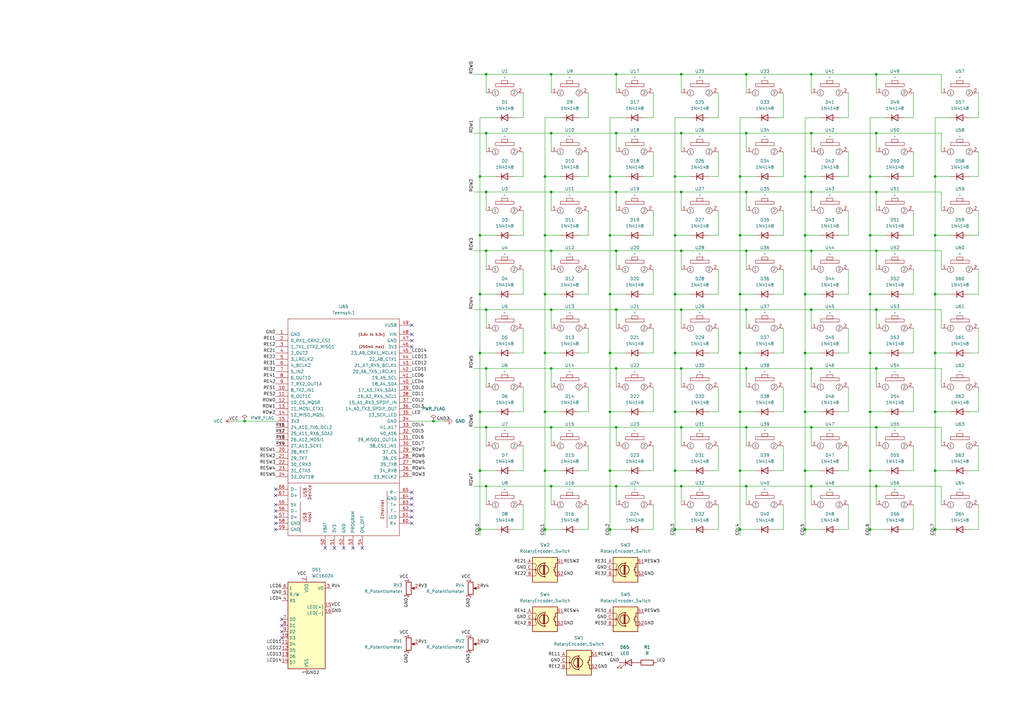
<source format=kicad_sch>
(kicad_sch (version 20231120) (generator "eeschema") (generator_version "8.0")
  (paper "A3")
  (junction (at 356.87 120.65))
  (junction (at 383.54 72.39))
  (junction (at 303.53 120.65))
  (junction (at 199.39 78.74))
  (junction (at 199.39 151.13))
  (junction (at 223.52 217.17))
  (junction (at 223.52 193.04))
  (junction (at 330.2 193.04))
  (junction (at 306.07 127))
  (junction (at 303.53 217.17))
  (junction (at 303.53 96.52))
  (junction (at 276.86 193.04))
  (junction (at 383.54 120.65))
  (junction (at 279.4 78.74))
  (junction (at 199.39 199.39))
  (junction (at 279.4 151.13))
  (junction (at 279.4 102.87))
  (junction (at 196.85 168.91))
  (junction (at 223.52 96.52))
  (junction (at 359.41 127))
  (junction (at 383.54 217.17))
  (junction (at 250.19 120.65))
  (junction (at 332.74 30.48))
  (junction (at 196.85 96.52))
  (junction (at 306.07 199.39))
  (junction (at 252.73 102.87))
  (junction (at 383.54 168.91))
  (junction (at 356.87 96.52))
  (junction (at 226.06 151.13))
  (junction (at 226.06 54.61))
  (junction (at 330.2 72.39))
  (junction (at 303.53 144.78))
  (junction (at 279.4 30.48))
  (junction (at 276.86 168.91))
  (junction (at 330.2 144.78))
  (junction (at 306.07 175.26))
  (junction (at 250.19 168.91))
  (junction (at 332.74 78.74))
  (junction (at 250.19 72.39))
  (junction (at 252.73 30.48))
  (junction (at 332.74 54.61))
  (junction (at 196.85 120.65))
  (junction (at 330.2 168.91))
  (junction (at 199.39 175.26))
  (junction (at 383.54 144.78))
  (junction (at 303.53 72.39))
  (junction (at 332.74 102.87))
  (junction (at 226.06 175.26))
  (junction (at 356.87 72.39))
  (junction (at 250.19 144.78))
  (junction (at 276.86 217.17))
  (junction (at 199.39 127))
  (junction (at 276.86 96.52))
  (junction (at 223.52 120.65))
  (junction (at 306.07 54.61))
  (junction (at 100.33 172.72))
  (junction (at 332.74 199.39))
  (junction (at 306.07 151.13))
  (junction (at 250.19 217.17))
  (junction (at 279.4 175.26))
  (junction (at 356.87 193.04))
  (junction (at 359.41 175.26))
  (junction (at 356.87 144.78))
  (junction (at 306.07 78.74))
  (junction (at 226.06 78.74))
  (junction (at 332.74 127))
  (junction (at 279.4 127))
  (junction (at 359.41 30.48))
  (junction (at 252.73 151.13))
  (junction (at 252.73 175.26))
  (junction (at 359.41 78.74))
  (junction (at 383.54 96.52))
  (junction (at 279.4 54.61))
  (junction (at 306.07 30.48))
  (junction (at 196.85 217.17))
  (junction (at 330.2 217.17))
  (junction (at 356.87 168.91))
  (junction (at 276.86 120.65))
  (junction (at 196.85 144.78))
  (junction (at 196.85 72.39))
  (junction (at 177.8 172.72))
  (junction (at 226.06 199.39))
  (junction (at 332.74 175.26))
  (junction (at 306.07 102.87))
  (junction (at 223.52 144.78))
  (junction (at 276.86 144.78))
  (junction (at 199.39 102.87))
  (junction (at 332.74 151.13))
  (junction (at 330.2 120.65))
  (junction (at 276.86 72.39))
  (junction (at 359.41 102.87))
  (junction (at 196.85 193.04))
  (junction (at 303.53 193.04))
  (junction (at 359.41 151.13))
  (junction (at 223.52 72.39))
  (junction (at 250.19 193.04))
  (junction (at 226.06 127))
  (junction (at 330.2 96.52))
  (junction (at 252.73 199.39))
  (junction (at 226.06 102.87))
  (junction (at 252.73 78.74))
  (junction (at 383.54 193.04))
  (junction (at 226.06 30.48))
  (junction (at 199.39 30.48))
  (junction (at 250.19 96.52))
  (junction (at 223.52 168.91))
  (junction (at 359.41 54.61))
  (junction (at 279.4 199.39))
  (junction (at 252.73 127))
  (junction (at 252.73 54.61))
  (junction (at 303.53 168.91))
  (junction (at 356.87 217.17))
  (junction (at 359.41 199.39))
  (junction (at 199.39 54.61))
  (no_connect (at 168.91 212.09))
  (no_connect (at 113.03 209.55))
  (no_connect (at 113.03 207.01))
  (no_connect (at 168.91 209.55))
  (no_connect (at 168.91 204.47))
  (no_connect (at 115.57 254))
  (no_connect (at 168.91 133.35))
  (no_connect (at 168.91 139.7))
  (no_connect (at 113.03 203.2))
  (no_connect (at 113.03 217.17))
  (no_connect (at 168.91 214.63))
  (no_connect (at 133.35 224.79))
  (no_connect (at 113.03 200.66))
  (no_connect (at 115.57 256.54))
  (no_connect (at 113.03 212.09))
  (no_connect (at 144.78 224.79))
  (no_connect (at 115.57 261.62))
  (no_connect (at 168.91 201.93))
  (no_connect (at 137.16 224.79))
  (no_connect (at 168.91 142.24))
  (no_connect (at 113.03 214.63))
  (no_connect (at 168.91 207.01))
  (no_connect (at 148.59 224.79))
  (no_connect (at 115.57 259.08))
  (no_connect (at 168.91 137.16))
  (no_connect (at 140.97 224.79))
  (wire (pts (xy 223.52 72.39) (xy 223.52 96.52)))
  (wire (pts (xy 267.97 217.17) (xy 264.16 217.17)))
  (wire (pts (xy 279.4 199.39) (xy 306.07 199.39)))
  (wire (pts (xy 356.87 168.91) (xy 356.87 193.04)))
  (wire (pts (xy 196.85 144.78) (xy 196.85 168.91)))
  (wire (pts (xy 383.54 217.17) (xy 389.89 217.17)))
  (wire (pts (xy 356.87 193.04) (xy 363.22 193.04)))
  (wire (pts (xy 321.31 38.1) (xy 321.31 48.26)))
  (wire (pts (xy 196.85 144.78) (xy 203.2 144.78)))
  (wire (pts (xy 267.97 48.26) (xy 264.16 48.26)))
  (wire (pts (xy 383.54 193.04) (xy 389.89 193.04)))
  (wire (pts (xy 330.2 217.17) (xy 330.2 219.71)))
  (wire (pts (xy 267.97 38.1) (xy 267.97 48.26)))
  (wire (pts (xy 303.53 48.26) (xy 303.53 72.39)))
  (wire (pts (xy 330.2 217.17) (xy 336.55 217.17)))
  (wire (pts (xy 356.87 217.17) (xy 356.87 219.71)))
  (wire (pts (xy 330.2 144.78) (xy 336.55 144.78)))
  (wire (pts (xy 374.65 144.78) (xy 370.84 144.78)))
  (wire (pts (xy 356.87 48.26) (xy 356.87 72.39)))
  (wire (pts (xy 330.2 48.26) (xy 336.55 48.26)))
  (wire (pts (xy 199.39 199.39) (xy 226.06 199.39)))
  (wire (pts (xy 356.87 144.78) (xy 356.87 168.91)))
  (wire (pts (xy 401.32 207.01) (xy 401.32 217.17)))
  (wire (pts (xy 226.06 102.87) (xy 226.06 110.49)))
  (wire (pts (xy 214.63 158.75) (xy 214.63 168.91)))
  (wire (pts (xy 252.73 199.39) (xy 279.4 199.39)))
  (wire (pts (xy 306.07 54.61) (xy 306.07 62.23)))
  (wire (pts (xy 199.39 78.74) (xy 226.06 78.74)))
  (wire (pts (xy 226.06 78.74) (xy 226.06 86.36)))
  (wire (pts (xy 267.97 193.04) (xy 264.16 193.04)))
  (wire (pts (xy 241.3 134.62) (xy 241.3 144.78)))
  (wire (pts (xy 241.3 168.91) (xy 237.49 168.91)))
  (wire (pts (xy 347.98 207.01) (xy 347.98 217.17)))
  (wire (pts (xy 196.85 72.39) (xy 196.85 96.52)))
  (wire (pts (xy 250.19 120.65) (xy 256.54 120.65)))
  (wire (pts (xy 276.86 168.91) (xy 276.86 193.04)))
  (wire (pts (xy 214.63 168.91) (xy 210.82 168.91)))
  (wire (pts (xy 267.97 120.65) (xy 264.16 120.65)))
  (wire (pts (xy 214.63 207.01) (xy 214.63 217.17)))
  (wire (pts (xy 303.53 96.52) (xy 303.53 120.65)))
  (wire (pts (xy 252.73 54.61) (xy 252.73 62.23)))
  (wire (pts (xy 374.65 62.23) (xy 374.65 72.39)))
  (wire (pts (xy 294.64 62.23) (xy 294.64 72.39)))
  (wire (pts (xy 374.65 86.36) (xy 374.65 96.52)))
  (wire (pts (xy 356.87 96.52) (xy 356.87 120.65)))
  (wire (pts (xy 241.3 207.01) (xy 241.3 217.17)))
  (wire (pts (xy 383.54 144.78) (xy 383.54 168.91)))
  (wire (pts (xy 306.07 175.26) (xy 332.74 175.26)))
  (wire (pts (xy 347.98 158.75) (xy 347.98 168.91)))
  (wire (pts (xy 332.74 78.74) (xy 359.41 78.74)))
  (wire (pts (xy 199.39 54.61) (xy 199.39 62.23)))
  (wire (pts (xy 279.4 151.13) (xy 306.07 151.13)))
  (wire (pts (xy 383.54 144.78) (xy 389.89 144.78)))
  (wire (pts (xy 386.08 102.87) (xy 386.08 110.49)))
  (wire (pts (xy 330.2 48.26) (xy 330.2 72.39)))
  (wire (pts (xy 267.97 110.49) (xy 267.97 120.65)))
  (wire (pts (xy 241.3 86.36) (xy 241.3 96.52)))
  (wire (pts (xy 356.87 72.39) (xy 363.22 72.39)))
  (wire (pts (xy 223.52 96.52) (xy 223.52 120.65)))
  (wire (pts (xy 252.73 78.74) (xy 279.4 78.74)))
  (wire (pts (xy 252.73 175.26) (xy 252.73 182.88)))
  (wire (pts (xy 321.31 62.23) (xy 321.31 72.39)))
  (wire (pts (xy 250.19 96.52) (xy 256.54 96.52)))
  (wire (pts (xy 279.4 151.13) (xy 279.4 158.75)))
  (wire (pts (xy 267.97 168.91) (xy 264.16 168.91)))
  (wire (pts (xy 330.2 168.91) (xy 336.55 168.91)))
  (wire (pts (xy 241.3 38.1) (xy 241.3 48.26)))
  (wire (pts (xy 332.74 54.61) (xy 332.74 62.23)))
  (wire (pts (xy 276.86 96.52) (xy 283.21 96.52)))
  (wire (pts (xy 321.31 158.75) (xy 321.31 168.91)))
  (wire (pts (xy 321.31 96.52) (xy 317.5 96.52)))
  (wire (pts (xy 279.4 175.26) (xy 306.07 175.26)))
  (wire (pts (xy 199.39 127) (xy 226.06 127)))
  (wire (pts (xy 303.53 168.91) (xy 303.53 193.04)))
  (wire (pts (xy 359.41 175.26) (xy 359.41 182.88)))
  (wire (pts (xy 356.87 72.39) (xy 356.87 96.52)))
  (wire (pts (xy 199.39 102.87) (xy 226.06 102.87)))
  (wire (pts (xy 401.32 62.23) (xy 401.32 72.39)))
  (wire (pts (xy 276.86 120.65) (xy 276.86 144.78)))
  (wire (pts (xy 383.54 217.17) (xy 383.54 219.71)))
  (wire (pts (xy 401.32 144.78) (xy 397.51 144.78)))
  (wire (pts (xy 294.64 134.62) (xy 294.64 144.78)))
  (wire (pts (xy 332.74 127) (xy 359.41 127)))
  (wire (pts (xy 194.31 78.74) (xy 199.39 78.74)))
  (wire (pts (xy 226.06 175.26) (xy 252.73 175.26)))
  (wire (pts (xy 401.32 193.04) (xy 397.51 193.04)))
  (wire (pts (xy 332.74 151.13) (xy 332.74 158.75)))
  (wire (pts (xy 226.06 78.74) (xy 252.73 78.74)))
  (wire (pts (xy 267.97 144.78) (xy 264.16 144.78)))
  (wire (pts (xy 279.4 54.61) (xy 279.4 62.23)))
  (wire (pts (xy 401.32 168.91) (xy 397.51 168.91)))
  (wire (pts (xy 359.41 151.13) (xy 359.41 158.75)))
  (wire (pts (xy 306.07 175.26) (xy 306.07 182.88)))
  (wire (pts (xy 223.52 72.39) (xy 229.87 72.39)))
  (wire (pts (xy 199.39 54.61) (xy 226.06 54.61)))
  (wire (pts (xy 196.85 193.04) (xy 203.2 193.04)))
  (wire (pts (xy 330.2 168.91) (xy 330.2 193.04)))
  (wire (pts (xy 241.3 110.49) (xy 241.3 120.65)))
  (wire (pts (xy 359.41 151.13) (xy 386.08 151.13)))
  (wire (pts (xy 332.74 54.61) (xy 359.41 54.61)))
  (wire (pts (xy 386.08 199.39) (xy 386.08 207.01)))
  (wire (pts (xy 332.74 199.39) (xy 332.74 207.01)))
  (wire (pts (xy 294.64 207.01) (xy 294.64 217.17)))
  (wire (pts (xy 252.73 127) (xy 252.73 134.62)))
  (wire (pts (xy 196.85 168.91) (xy 203.2 168.91)))
  (wire (pts (xy 383.54 72.39) (xy 389.89 72.39)))
  (wire (pts (xy 196.85 168.91) (xy 196.85 193.04)))
  (wire (pts (xy 294.64 86.36) (xy 294.64 96.52)))
  (wire (pts (xy 383.54 168.91) (xy 389.89 168.91)))
  (wire (pts (xy 199.39 78.74) (xy 199.39 86.36)))
  (wire (pts (xy 194.31 102.87) (xy 199.39 102.87)))
  (wire (pts (xy 306.07 199.39) (xy 332.74 199.39)))
  (wire (pts (xy 199.39 199.39) (xy 199.39 207.01)))
  (wire (pts (xy 267.97 96.52) (xy 264.16 96.52)))
  (wire (pts (xy 306.07 151.13) (xy 306.07 158.75)))
  (wire (pts (xy 250.19 120.65) (xy 250.19 144.78)))
  (wire (pts (xy 359.41 199.39) (xy 386.08 199.39)))
  (wire (pts (xy 226.06 54.61) (xy 252.73 54.61)))
  (wire (pts (xy 359.41 30.48) (xy 359.41 38.1)))
  (wire (pts (xy 196.85 48.26) (xy 203.2 48.26)))
  (wire (pts (xy 241.3 48.26) (xy 237.49 48.26)))
  (wire (pts (xy 250.19 217.17) (xy 256.54 217.17)))
  (wire (pts (xy 276.86 217.17) (xy 283.21 217.17)))
  (wire (pts (xy 276.86 72.39) (xy 276.86 96.52)))
  (wire (pts (xy 347.98 193.04) (xy 344.17 193.04)))
  (wire (pts (xy 267.97 72.39) (xy 264.16 72.39)))
  (wire (pts (xy 276.86 168.91) (xy 283.21 168.91)))
  (wire (pts (xy 276.86 48.26) (xy 276.86 72.39)))
  (wire (pts (xy 359.41 30.48) (xy 386.08 30.48)))
  (wire (pts (xy 223.52 168.91) (xy 229.87 168.91)))
  (wire (pts (xy 194.31 30.48) (xy 199.39 30.48)))
  (wire (pts (xy 250.19 96.52) (xy 250.19 120.65)))
  (wire (pts (xy 401.32 158.75) (xy 401.32 168.91)))
  (wire (pts (xy 276.86 144.78) (xy 283.21 144.78)))
  (wire (pts (xy 359.41 175.26) (xy 386.08 175.26)))
  (wire (pts (xy 294.64 168.91) (xy 290.83 168.91)))
  (wire (pts (xy 306.07 78.74) (xy 306.07 86.36)))
  (wire (pts (xy 279.4 30.48) (xy 279.4 38.1)))
  (wire (pts (xy 241.3 62.23) (xy 241.3 72.39)))
  (wire (pts (xy 306.07 199.39) (xy 306.07 207.01)))
  (wire (pts (xy 250.19 48.26) (xy 250.19 72.39)))
  (wire (pts (xy 383.54 168.91) (xy 383.54 193.04)))
  (wire (pts (xy 374.65 120.65) (xy 370.84 120.65)))
  (wire (pts (xy 223.52 96.52) (xy 229.87 96.52)))
  (wire (pts (xy 347.98 96.52) (xy 344.17 96.52)))
  (wire (pts (xy 401.32 86.36) (xy 401.32 96.52)))
  (wire (pts (xy 250.19 217.17) (xy 250.19 219.71)))
  (wire (pts (xy 95.25 172.72) (xy 100.33 172.72)))
  (wire (pts (xy 347.98 120.65) (xy 344.17 120.65)))
  (wire (pts (xy 294.64 120.65) (xy 290.83 120.65)))
  (wire (pts (xy 214.63 193.04) (xy 210.82 193.04)))
  (wire (pts (xy 321.31 182.88) (xy 321.31 193.04)))
  (wire (pts (xy 383.54 72.39) (xy 383.54 96.52)))
  (wire (pts (xy 347.98 168.91) (xy 344.17 168.91)))
  (wire (pts (xy 199.39 175.26) (xy 226.06 175.26)))
  (wire (pts (xy 250.19 72.39) (xy 256.54 72.39)))
  (wire (pts (xy 386.08 30.48) (xy 386.08 38.1)))
  (wire (pts (xy 226.06 151.13) (xy 226.06 158.75)))
  (wire (pts (xy 250.19 168.91) (xy 256.54 168.91)))
  (wire (pts (xy 276.86 193.04) (xy 276.86 217.17)))
  (wire (pts (xy 199.39 151.13) (xy 199.39 158.75)))
  (wire (pts (xy 252.73 30.48) (xy 252.73 38.1)))
  (wire (pts (xy 196.85 120.65) (xy 196.85 144.78)))
  (wire (pts (xy 241.3 72.39) (xy 237.49 72.39)))
  (wire (pts (xy 356.87 120.65) (xy 363.22 120.65)))
  (wire (pts (xy 332.74 127) (xy 332.74 134.62)))
  (wire (pts (xy 267.97 207.01) (xy 267.97 217.17)))
  (wire (pts (xy 303.53 120.65) (xy 309.88 120.65)))
  (wire (pts (xy 356.87 168.91) (xy 363.22 168.91)))
  (wire (pts (xy 241.3 217.17) (xy 237.49 217.17)))
  (wire (pts (xy 252.73 78.74) (xy 252.73 86.36)))
  (wire (pts (xy 356.87 193.04) (xy 356.87 217.17)))
  (wire (pts (xy 250.19 168.91) (xy 250.19 193.04)))
  (wire (pts (xy 386.08 54.61) (xy 386.08 62.23)))
  (wire (pts (xy 321.31 193.04) (xy 317.5 193.04)))
  (wire (pts (xy 177.8 172.72) (xy 168.91 172.72)))
  (wire (pts (xy 252.73 151.13) (xy 252.73 158.75)))
  (wire (pts (xy 347.98 110.49) (xy 347.98 120.65)))
  (wire (pts (xy 383.54 48.26) (xy 383.54 72.39)))
  (wire (pts (xy 241.3 96.52) (xy 237.49 96.52)))
  (wire (pts (xy 383.54 96.52) (xy 389.89 96.52)))
  (wire (pts (xy 386.08 151.13) (xy 386.08 158.75)))
  (wire (pts (xy 250.19 72.39) (xy 250.19 96.52)))
  (wire (pts (xy 306.07 30.48) (xy 332.74 30.48)))
  (wire (pts (xy 330.2 72.39) (xy 330.2 96.52)))
  (wire (pts (xy 306.07 102.87) (xy 306.07 110.49)))
  (wire (pts (xy 374.65 158.75) (xy 374.65 168.91)))
  (wire (pts (xy 374.65 134.62) (xy 374.65 144.78)))
  (wire (pts (xy 330.2 96.52) (xy 336.55 96.52)))
  (wire (pts (xy 294.64 193.04) (xy 290.83 193.04)))
  (wire (pts (xy 383.54 193.04) (xy 383.54 217.17)))
  (wire (pts (xy 374.65 168.91) (xy 370.84 168.91)))
  (wire (pts (xy 401.32 48.26) (xy 397.51 48.26)))
  (wire (pts (xy 321.31 48.26) (xy 317.5 48.26)))
  (wire (pts (xy 401.32 38.1) (xy 401.32 48.26)))
  (wire (pts (xy 199.39 30.48) (xy 199.39 38.1)))
  (wire (pts (xy 214.63 38.1) (xy 214.63 48.26)))
  (wire (pts (xy 226.06 30.48) (xy 252.73 30.48)))
  (wire (pts (xy 374.65 38.1) (xy 374.65 48.26)))
  (wire (pts (xy 321.31 217.17) (xy 317.5 217.17)))
  (wire (pts (xy 386.08 175.26) (xy 386.08 182.88)))
  (wire (pts (xy 194.31 54.61) (xy 199.39 54.61)))
  (wire (pts (xy 194.31 175.26) (xy 199.39 175.26)))
  (wire (pts (xy 226.06 199.39) (xy 226.06 207.01)))
  (wire (pts (xy 223.52 168.91) (xy 223.52 193.04)))
  (wire (pts (xy 199.39 102.87) (xy 199.39 110.49)))
  (wire (pts (xy 100.33 172.72) (xy 113.03 172.72)))
  (wire (pts (xy 223.52 144.78) (xy 229.87 144.78)))
  (wire (pts (xy 374.65 96.52) (xy 370.84 96.52)))
  (wire (pts (xy 252.73 54.61) (xy 279.4 54.61)))
  (wire (pts (xy 347.98 217.17) (xy 344.17 217.17)))
  (wire (pts (xy 303.53 72.39) (xy 309.88 72.39)))
  (wire (pts (xy 241.3 182.88) (xy 241.3 193.04)))
  (wire (pts (xy 306.07 127) (xy 306.07 134.62)))
  (wire (pts (xy 306.07 78.74) (xy 332.74 78.74)))
  (wire (pts (xy 359.41 102.87) (xy 386.08 102.87)))
  (wire (pts (xy 359.41 127) (xy 386.08 127)))
  (wire (pts (xy 359.41 102.87) (xy 359.41 110.49)))
  (wire (pts (xy 383.54 120.65) (xy 389.89 120.65)))
  (wire (pts (xy 347.98 48.26) (xy 344.17 48.26)))
  (wire (pts (xy 306.07 127) (xy 332.74 127)))
  (wire (pts (xy 276.86 120.65) (xy 283.21 120.65)))
  (wire (pts (xy 321.31 134.62) (xy 321.31 144.78)))
  (wire (pts (xy 250.19 193.04) (xy 256.54 193.04)))
  (wire (pts (xy 223.52 48.26) (xy 229.87 48.26)))
  (wire (pts (xy 332.74 30.48) (xy 332.74 38.1)))
  (wire (pts (xy 306.07 102.87) (xy 332.74 102.87)))
  (wire (pts (xy 383.54 48.26) (xy 389.89 48.26)))
  (wire (pts (xy 279.4 127) (xy 306.07 127)))
  (wire (pts (xy 321.31 207.01) (xy 321.31 217.17)))
  (wire (pts (xy 223.52 193.04) (xy 223.52 217.17)))
  (wire (pts (xy 294.64 217.17) (xy 290.83 217.17)))
  (wire (pts (xy 294.64 110.49) (xy 294.64 120.65)))
  (wire (pts (xy 194.31 151.13) (xy 199.39 151.13)))
  (wire (pts (xy 223.52 120.65) (xy 229.87 120.65)))
  (wire (pts (xy 359.41 199.39) (xy 359.41 207.01)))
  (wire (pts (xy 196.85 96.52) (xy 196.85 120.65)))
  (wire (pts (xy 199.39 175.26) (xy 199.39 182.88)))
  (wire (pts (xy 359.41 127) (xy 359.41 134.62)))
  (wire (pts (xy 303.53 217.17) (xy 309.88 217.17)))
  (wire (pts (xy 223.52 120.65) (xy 223.52 144.78)))
  (wire (pts (xy 356.87 144.78) (xy 363.22 144.78)))
  (wire (pts (xy 199.39 151.13) (xy 226.06 151.13)))
  (wire (pts (xy 226.06 151.13) (xy 252.73 151.13)))
  (wire (pts (xy 276.86 96.52) (xy 276.86 120.65)))
  (wire (pts (xy 374.65 207.01) (xy 374.65 217.17)))
  (wire (pts (xy 250.19 144.78) (xy 250.19 168.91)))
  (wire (pts (xy 214.63 62.23) (xy 214.63 72.39)))
  (wire (pts (xy 303.53 217.17) (xy 303.53 219.71)))
  (wire (pts (xy 401.32 120.65) (xy 397.51 120.65)))
  (wire (pts (xy 374.65 217.17) (xy 370.84 217.17)))
  (wire (pts (xy 279.4 102.87) (xy 306.07 102.87)))
  (wire (pts (xy 196.85 96.52) (xy 203.2 96.52)))
  (wire (pts (xy 252.73 199.39) (xy 252.73 207.01)))
  (wire (pts (xy 214.63 217.17) (xy 210.82 217.17)))
  (wire (pts (xy 223.52 48.26) (xy 223.52 72.39)))
  (wire (pts (xy 303.53 120.65) (xy 303.53 144.78)))
  (wire (pts (xy 267.97 134.62) (xy 267.97 144.78)))
  (wire (pts (xy 252.73 175.26) (xy 279.4 175.26)))
  (wire (pts (xy 294.64 72.39) (xy 290.83 72.39)))
  (wire (pts (xy 303.53 193.04) (xy 303.53 217.17)))
  (wire (pts (xy 332.74 30.48) (xy 359.41 30.48)))
  (wire (pts (xy 321.31 72.39) (xy 317.5 72.39)))
  (wire (pts (xy 199.39 127) (xy 199.39 134.62)))
  (wire (pts (xy 321.31 86.36) (xy 321.31 96.52)))
  (wire (pts (xy 223.52 217.17) (xy 223.52 219.71)))
  (wire (pts (xy 223.52 217.17) (xy 229.87 217.17)))
  (wire (pts (xy 306.07 30.48) (xy 306.07 38.1)))
  (wire (pts (xy 330.2 193.04) (xy 330.2 217.17)))
  (wire (pts (xy 267.97 86.36) (xy 267.97 96.52)))
  (wire (pts (xy 306.07 54.61) (xy 332.74 54.61)))
  (wire (pts (xy 214.63 144.78) (xy 210.82 144.78)))
  (wire (pts (xy 294.64 38.1) (xy 294.64 48.26)))
  (wire (pts (xy 252.73 30.48) (xy 279.4 30.48)))
  (wire (pts (xy 214.63 72.39) (xy 210.82 72.39)))
  (wire (pts (xy 276.86 48.26) (xy 283.21 48.26)))
  (wire (pts (xy 347.98 62.23) (xy 347.98 72.39)))
  (wire (pts (xy 241.3 120.65) (xy 237.49 120.65)))
  (wire (pts (xy 294.64 158.75) (xy 294.64 168.91)))
  (wire (pts (xy 223.52 193.04) (xy 229.87 193.04)))
  (wire (pts (xy 356.87 217.17) (xy 363.22 217.17)))
  (wire (pts (xy 330.2 193.04) (xy 336.55 193.04)))
  (wire (pts (xy 332.74 102.87) (xy 359.41 102.87)))
  (wire (pts (xy 267.97 182.88) (xy 267.97 193.04)))
  (wire (pts (xy 359.41 54.61) (xy 386.08 54.61)))
  (wire (pts (xy 223.52 144.78) (xy 223.52 168.91)))
  (wire (pts (xy 252.73 151.13) (xy 279.4 151.13)))
  (wire (pts (xy 250.19 48.26) (xy 256.54 48.26)))
  (wire (pts (xy 279.4 78.74) (xy 279.4 86.36)))
  (wire (pts (xy 321.31 120.65) (xy 317.5 120.65)))
  (wire (pts (xy 330.2 96.52) (xy 330.2 120.65)))
  (wire (pts (xy 401.32 217.17) (xy 397.51 217.17)))
  (wire (pts (xy 294.64 96.52) (xy 290.83 96.52)))
  (wire (pts (xy 279.4 175.26) (xy 279.4 182.88)))
  (wire (pts (xy 252.73 127) (xy 279.4 127)))
  (wire (pts (xy 332.74 102.87) (xy 332.74 110.49)))
  (wire (pts (xy 199.39 30.48) (xy 226.06 30.48)))
  (wire (pts (xy 194.31 127) (xy 199.39 127)))
  (wire (pts (xy 214.63 86.36) (xy 214.63 96.52)))
  (wire (pts (xy 332.74 175.26) (xy 359.41 175.26)))
  (wire (pts (xy 356.87 48.26) (xy 363.22 48.26)))
  (wire (pts (xy 196.85 120.65) (xy 203.2 120.65)))
  (wire (pts (xy 321.31 168.91) (xy 317.5 168.91)))
  (wire (pts (xy 374.65 182.88) (xy 374.65 193.04)))
  (wire (pts (xy 214.63 48.26) (xy 210.82 48.26)))
  (wire (pts (xy 303.53 144.78) (xy 309.88 144.78)))
  (wire (pts (xy 356.87 96.52) (xy 363.22 96.52)))
  (wire (pts (xy 303.53 144.78) (xy 303.53 168.91)))
  (wire (pts (xy 226.06 102.87) (xy 252.73 102.87)))
  (wire (pts (xy 332.74 175.26) (xy 332.74 182.88)))
  (wire (pts (xy 214.63 120.65) (xy 210.82 120.65)))
  (wire (pts (xy 347.98 72.39) (xy 344.17 72.39)))
  (wire (pts (xy 252.73 102.87) (xy 279.4 102.87)))
  (wire (pts (xy 374.65 72.39) (xy 370.84 72.39)))
  (wire (pts (xy 347.98 182.88) (xy 347.98 193.04)))
  (wire (pts (xy 330.2 120.65) (xy 330.2 144.78)))
  (wire (pts (xy 214.63 182.88) (xy 214.63 193.04)))
  (wire (pts (xy 401.32 110.49) (xy 401.32 120.65)))
  (wire (pts (xy 226.06 127) (xy 226.06 134.62)))
  (wire (pts (xy 303.53 48.26) (xy 309.88 48.26)))
  (wire (pts (xy 359.41 78.74) (xy 359.41 86.36)))
  (wire (pts (xy 279.4 54.61) (xy 306.07 54.61)))
  (wire (pts (xy 196.85 217.17) (xy 196.85 219.71)))
  (wire (pts (xy 226.06 175.26) (xy 226.06 182.88)))
  (wire (pts (xy 214.63 110.49) (xy 214.63 120.65)))
  (wire (pts (xy 332.74 78.74) (xy 332.74 86.36)))
  (wire (pts (xy 241.3 144.78) (xy 237.49 144.78)))
  (wire (pts (xy 303.53 72.39) (xy 303.53 96.52)))
  (wire (pts (xy 374.65 48.26) (xy 370.84 48.26)))
  (wire (pts (xy 330.2 144.78) (xy 330.2 168.91)))
  (wire (pts (xy 330.2 72.39) (xy 336.55 72.39)))
  (wire (pts (xy 267.97 62.23) (xy 267.97 72.39)))
  (wire (pts (xy 294.64 182.88) (xy 294.64 193.04)))
  (wire (pts (xy 279.4 78.74) (xy 306.07 78.74)))
  (wire (pts (xy 214.63 96.52) (xy 210.82 96.52)))
  (wire (pts (xy 374.65 110.49) (xy 374.65 120.65)))
  (wire (pts (xy 276.86 72.39) (xy 283.21 72.39)))
  (wire (pts (xy 303.53 168.91) (xy 309.88 168.91)))
  (wire (pts (xy 241.3 193.04) (xy 237.49 193.04)))
  (wire (pts (xy 226.06 199.39) (xy 252.73 199.39)))
  (wire (pts (xy 356.87 120.65) (xy 356.87 144.78)))
  (wire (pts (xy 241.3 158.75) (xy 241.3 168.91)))
  (wire (pts (xy 401.32 134.62) (xy 401.32 144.78)))
  (wire (pts (xy 294.64 48.26) (xy 290.83 48.26)))
  (wire (pts (xy 359.41 78.74) (xy 386.08 78.74)))
  (wire (pts (xy 294.64 144.78) (xy 290.83 144.78)))
  (wire (pts (xy 374.65 193.04) (xy 370.84 193.04)))
  (wire (pts (xy 347.98 38.1) (xy 347.98 48.26)))
  (wire (pts (xy 332.74 199.39) (xy 359.41 199.39)))
  (wire (pts (xy 321.31 144.78) (xy 317.5 144.78)))
  (wire (pts (xy 303.53 96.52) (xy 309.88 96.52)))
  (wire (pts (xy 194.31 199.39) (xy 199.39 199.39)))
  (wire (pts (xy 306.07 151.13) (xy 332.74 151.13)))
  (wire (pts (xy 252.73 102.87) (xy 252.73 110.49)))
  (wire (pts (xy 196.85 72.39) (xy 203.2 72.39)))
  (wire (pts (xy 386.08 127) (xy 386.08 134.62)))
  (wire (pts (xy 332.74 151.13) (xy 359.41 151.13)))
  (wire (pts (xy 383.54 96.52) (xy 383.54 120.65)))
  (wire (pts (xy 250.19 193.04) (xy 250.19 217.17)))
  (wire (pts (xy 279.4 102.87) (xy 279.4 110.49)))
  (wire (pts (xy 347.98 134.62) (xy 347.98 144.78)))
  (wire (pts (xy 276.86 193.04) (xy 283.21 193.04)))
  (wire (pts (xy 196.85 193.04) (xy 196.85 217.17)))
  (wire (pts (xy 401.32 72.39) (xy 397.51 72.39)))
  (wire (pts (xy 226.06 30.48) (xy 226.06 38.1)))
  (wire (pts (xy 359.41 54.61) (xy 359.41 62.23)))
  (wire (pts (xy 347.98 144.78) (xy 344.17 144.78)))
  (wire (pts (xy 196.85 217.17) (xy 203.2 217.17)))
  (wire (pts (xy 279.4 127) (xy 279.4 134.62)))
  (wire (pts (xy 267.97 158.75) (xy 267.97 168.91)))
  (wire (pts (xy 182.88 172.72) (xy 177.8 172.72)))
  (wire (pts (xy 347.98 86.36) (xy 347.98 96.52)))
  (wire (pts (xy 226.06 54.61) (xy 226.06 62.23)))
  (wire (pts (xy 196.85 48.26) (xy 196.85 72.39)))
  (wire (pts (xy 303.53 193.04) (xy 309.88 193.04)))
  (wire (pts (xy 214.63 134.62) (xy 214.63 144.78)))
  (wire (pts (xy 321.31 110.49) (xy 321.31 120.65)))
  (wire (pts (xy 279.4 199.39) (xy 279.4 207.01)))
  (wire (pts (xy 250.19 144.78) (xy 256.54 144.78)))
  (wire (pts (xy 383.54 120.65) (xy 383.54 144.78)))
  (wire (pts (xy 330.2 120.65) (xy 336.55 120.65)))
  (wire (pts (xy 276.86 144.78) (xy 276.86 168.91)))
  (wire (pts (xy 401.32 182.88) (xy 401.32 193.04)))
  (wire (pts (xy 276.86 217.17) (xy 276.86 219.71)))
  (wire (pts (xy 401.32 96.52) (xy 397.51 96.52)))
  (wire (pts (xy 279.4 30.48) (xy 306.07 30.48)))
  (wire (pts (xy 386.08 78.74) (xy 386.08 86.36)))
  (wire (pts (xy 226.06 127) (xy 252.73 127)))
  (label "GND" (at 254 271.78 180))
  (label "COL2" (at 168.91 165.1 0))
  (label "LCD13" (at 168.91 147.32 0))
  (label "RESW5" (at 113.03 195.58 180))
  (label "GND2" (at 179.07 172.72 0))
  (label "ROW2" (at 194.31 78.74 90))
  (label "GND" (at 167.64 245.11 270))
  (label "GND" (at 215.9 254 180))
  (label "RE11" (at 229.87 269.24 180))
  (label "GND" (at 231.14 256.54 0))
  (label "RV1" (at 113.03 175.26 0))
  (label "RV3" (at 113.03 180.34 0))
  (label "RESW3" (at 113.03 190.5 180))
  (label "ROW1" (at 194.31 54.61 90))
  (label "RE42" (at 113.03 157.48 180))
  (label "GND2" (at 125.73 276.86 0))
  (label "RE52" (at 113.03 162.56 180))
  (label "RESW2" (at 231.14 231.14 0))
  (label "RE51" (at 113.03 160.02 180))
  (label "ROW3" (at 168.91 195.58 0))
  (label "ROW2" (at 113.03 170.18 180))
  (label "RV2" (at 196.85 264.16 0))
  (label "RE21" (at 215.9 231.14 180))
  (label "LCD6" (at 115.57 241.3 180))
  (label "RESW4" (at 231.14 251.46 0))
  (label "COL6" (at 168.91 180.34 0))
  (label "RV4" (at 196.85 241.3 0))
  (label "LCD12" (at 168.91 149.86 0))
  (label "VCC" (at 135.89 248.92 0))
  (label "LCD12" (at 115.57 266.7 180))
  (label "ROW5" (at 194.31 151.13 90))
  (label "VCC" (at 125.73 236.22 180))
  (label "LCD11" (at 115.57 264.16 180))
  (label "ROW4" (at 168.91 193.04 0))
  (label "ROW7" (at 194.31 199.39 90))
  (label "RE12" (at 113.03 142.24 180))
  (label "RESW1" (at 245.11 269.24 0))
  (label "RE32" (at 113.03 152.4 180))
  (label "RE22" (at 113.03 147.32 180))
  (label "RE31" (at 113.03 149.86 180))
  (label "COL2" (at 250.19 219.71 90))
  (label "COL5" (at 168.91 177.8 0))
  (label "RE41" (at 113.03 154.94 180))
  (label "GND" (at 245.11 274.32 0))
  (label "LCD6" (at 168.91 154.94 0))
  (label "RESW2" (at 113.03 187.96 180))
  (label "RE21" (at 113.03 144.78 180))
  (label "RV4" (at 135.89 241.3 0))
  (label "GND" (at 248.92 254 180))
  (label "GND" (at 115.57 243.84 180))
  (label "RESW4" (at 113.03 193.04 180))
  (label "RE32" (at 248.92 236.22 180))
  (label "LCD14" (at 168.91 144.78 0))
  (label "RV2" (at 113.03 177.8 0))
  (label "RE42" (at 215.9 256.54 180))
  (label "GND" (at 248.92 233.68 180))
  (label "RV3" (at 171.45 241.3 0))
  (label "COL1" (at 223.52 219.71 90))
  (label "VCC" (at 97.79 172.72 180))
  (label "RESW1" (at 113.03 185.42 180))
  (label "LCD13" (at 115.57 269.24 180))
  (label "COL0" (at 196.85 219.71 90))
  (label "ROW5" (at 168.91 190.5 0))
  (label "VCC" (at 193.04 260.35 180))
  (label "RE41" (at 215.9 251.46 180))
  (label "RE22" (at 215.9 236.22 180))
  (label "RE12" (at 229.87 274.32 180))
  (label "ROW1" (at 113.03 167.64 180))
  (label "VCC" (at 167.64 260.35 180))
  (label "COL0" (at 168.91 160.02 0))
  (label "ROW0" (at 194.31 30.48 90))
  (label "RE52" (at 248.92 256.54 180))
  (label "GND" (at 215.9 233.68 180))
  (label "RV4" (at 113.03 182.88 0))
  (label "LED" (at 269.24 271.78 0))
  (label "COL3" (at 168.91 167.64 0))
  (label "RV1" (at 171.45 264.16 0))
  (label "ROW6" (at 194.31 175.26 90))
  (label "LCD14" (at 115.57 271.78 180))
  (label "COL4" (at 168.91 175.26 0))
  (label "COL1" (at 168.91 162.56 0))
  (label "RE11" (at 113.03 139.7 180))
  (label "GND" (at 264.16 236.22 0))
  (label "VCC" (at 193.04 237.49 180))
  (label "COL3" (at 276.86 219.71 90))
  (label "LCD4" (at 115.57 246.38 180))
  (label "GND" (at 264.16 256.54 0))
  (label "VCC" (at 167.64 237.49 180))
  (label "COL5" (at 330.2 219.71 90))
  (label "LCD11" (at 168.91 152.4 0))
  (label "ROW6" (at 168.91 187.96 0))
  (label "GND" (at 229.87 271.78 180))
  (label "COL4" (at 303.53 219.71 90))
  (label "COL6" (at 356.87 219.71 90))
  (label "LCD4" (at 168.91 157.48 0))
  (label "RESW3" (at 264.16 231.14 0))
  (label "GND" (at 167.64 267.97 270))
  (label "LED" (at 168.91 170.18 0))
  (label "RE51" (at 248.92 251.46 180))
  (label "RE31" (at 248.92 231.14 180))
  (label "GND" (at 193.04 245.11 270))
  (label "COL7" (at 383.54 219.71 90))
  (label "ROW0" (at 113.03 165.1 180))
  (label "ROW4" (at 194.31 127 90))
  (label "ROW3" (at 194.31 102.87 90))
  (label "ROW7" (at 168.91 185.42 0))
  (label "GND" (at 135.89 251.46 0))
  (label "GND" (at 113.03 137.16 180))
  (label "GND" (at 193.04 267.97 270))
  (label "COL7" (at 168.91 182.88 0))
  (label "RESW5" (at 264.16 251.46 0))
  (label "GND" (at 231.14 236.22 0))
  (symbol (lib_id "Switch:SW_Cherry_MX") (at 287.02 109.22 0) (unit 1)
    (property "Reference" "U28" (at 287.02 101.6 0))
    (property "Value" "~" (at 287.02 104.14 0))
    (property "Footprint" "Button_Switch_Keyboard:SW_Cherry_MX_1.00u_PCB" (effects (hide yes)))
  )
  (symbol (lib_id "Diode:1N4148") (at 260.35 144.78 0) (unit 1)
    (property "Reference" "D21" (at 260.35 138.43 0))
    (property "Value" "1N4148" (at 260.35 140.97 0))
    (property "Footprint" "Diode_THT:D_DO-35_SOD27_P7.62mm_Horizontal" (effects (hide yes)))
    (property "Datasheet" "https://assets.nexperia.com/documents/data-sheet/1N4148_1N4448.pdf" (effects (hide yes)))
    (property "Description" "100V 0.15A standard switching diode, DO-35" (effects (hide yes)))
    (property "Sim.Device" "D" (effects (hide yes)))
    (property "Sim.Pins" "1=K 2=A" (effects (hide yes)))
  )
  (symbol (lib_id "Device:R_Potentiometer") (at 167.64 264.16 0) (unit 1)
    (property "Reference" "RV1" (at 165.1 262.8899 0) (effects (justify right)))
    (property "Value" "R_Potentiometer" (at 165.1 265.4299 0) (effects (justify right)))
    (property "Footprint" "Potentiometer_THT:Potentiometer_Bourns_PTA6043_Single_Slide" (effects (hide yes)))
    (property "Description" "Potentiometer" (effects (hide yes)))
  )
  (symbol (lib_id "Diode:1N4148") (at 287.02 168.91 0) (unit 1)
    (property "Reference" "D30" (at 287.02 162.56 0))
    (property "Value" "1N4148" (at 287.02 165.1 0))
    (property "Footprint" "Diode_THT:D_DO-35_SOD27_P7.62mm_Horizontal" (effects (hide yes)))
    (property "Datasheet" "https://assets.nexperia.com/documents/data-sheet/1N4148_1N4448.pdf" (effects (hide yes)))
    (property "Description" "100V 0.15A standard switching diode, DO-35" (effects (hide yes)))
    (property "Sim.Device" "D" (effects (hide yes)))
    (property "Sim.Pins" "1=K 2=A" (effects (hide yes)))
  )
  (symbol (lib_id "Switch:SW_Cherry_MX") (at 340.36 205.74 0) (unit 1)
    (property "Reference" "U48" (at 340.36 198.12 0))
    (property "Value" "~" (at 340.36 200.66 0))
    (property "Footprint" "Button_Switch_Keyboard:SW_Cherry_MX_1.00u_PCB" (effects (hide yes)))
  )
  (symbol (lib_id "Switch:SW_Cherry_MX") (at 393.7 60.96 0) (unit 1)
    (property "Reference" "U58" (at 393.7 53.34 0))
    (property "Value" "~" (at 393.7 55.88 0))
    (property "Footprint" "Button_Switch_Keyboard:SW_Cherry_MX_1.00u_PCB" (effects (hide yes)))
  )
  (symbol (lib_id "Device:R_Potentiometer") (at 167.64 241.3 0) (unit 1)
    (property "Reference" "RV3" (at 165.1 240.0299 0) (effects (justify right)))
    (property "Value" "R_Potentiometer" (at 165.1 242.5699 0) (effects (justify right)))
    (property "Footprint" "Potentiometer_new:Potentiometer_RV09H_20SQ_Single_Vertical" (effects (hide yes)))
    (property "Description" "Potentiometer" (effects (hide yes)))
  )
  (symbol (lib_id "Diode:1N4148") (at 260.35 48.26 0) (unit 1)
    (property "Reference" "D17" (at 260.35 41.91 0))
    (property "Value" "1N4148" (at 260.35 44.45 0))
    (property "Footprint" "Diode_THT:D_DO-35_SOD27_P7.62mm_Horizontal" (effects (hide yes)))
    (property "Datasheet" "https://assets.nexperia.com/documents/data-sheet/1N4148_1N4448.pdf" (effects (hide yes)))
    (property "Description" "100V 0.15A standard switching diode, DO-35" (effects (hide yes)))
    (property "Sim.Device" "D" (effects (hide yes)))
    (property "Sim.Pins" "1=K 2=A" (effects (hide yes)))
  )
  (symbol (lib_id "Device:R_Potentiometer") (at 193.04 241.3 0) (unit 1)
    (property "Reference" "RV4" (at 190.5 240.0299 0) (effects (justify right)))
    (property "Value" "R_Potentiometer" (at 190.5 242.5699 0) (effects (justify right)))
    (property "Footprint" "Potentiometer_new:Potentiometer_RV09H_20SQ_Single_Vertical" (effects (hide yes)))
    (property "Description" "Potentiometer" (effects (hide yes)))
  )
  (symbol (lib_id "Diode:1N4148") (at 287.02 48.26 0) (unit 1)
    (property "Reference" "D25" (at 287.02 41.91 0))
    (property "Value" "1N4148" (at 287.02 44.45 0))
    (property "Footprint" "Diode_THT:D_DO-35_SOD27_P7.62mm_Horizontal" (effects (hide yes)))
    (property "Datasheet" "https://assets.nexperia.com/documents/data-sheet/1N4148_1N4448.pdf" (effects (hide yes)))
    (property "Description" "100V 0.15A standard switching diode, DO-35" (effects (hide yes)))
    (property "Sim.Device" "D" (effects (hide yes)))
    (property "Sim.Pins" "1=K 2=A" (effects (hide yes)))
  )
  (symbol (lib_id "Switch:SW_Cherry_MX") (at 313.69 85.09 0) (unit 1)
    (property "Reference" "U35" (at 313.69 77.47 0))
    (property "Value" "~" (at 313.69 80.01 0))
    (property "Footprint" "Button_Switch_Keyboard:SW_Cherry_MX_1.00u_PCB" (effects (hide yes)))
  )
  (symbol (lib_id "Switch:SW_Cherry_MX") (at 393.7 36.83 0) (unit 1)
    (property "Reference" "U57" (at 393.7 29.21 0))
    (property "Value" "~" (at 393.7 31.75 0))
    (property "Footprint" "Button_Switch_Keyboard:SW_Cherry_MX_1.00u_PCB" (effects (hide yes)))
  )
  (symbol (lib_id "Device:R_Potentiometer") (at 193.04 264.16 0) (unit 1)
    (property "Reference" "RV2" (at 190.5 262.8899 0) (effects (justify right)))
    (property "Value" "R_Potentiometer" (at 190.5 265.4299 0) (effects (justify right)))
    (property "Footprint" "Potentiometer_THT:Potentiometer_Bourns_PTA6043_Single_Slide" (effects (hide yes)))
    (property "Description" "Potentiometer" (effects (hide yes)))
  )
  (symbol (lib_id "Device:R") (at 265.43 271.78 90) (unit 1)
    (property "Reference" "R1" (at 265.43 265.43 90))
    (property "Value" "R" (at 265.43 267.97 90))
    (property "Footprint" "Resistor_THT:R_Axial_DIN0309_L9.0mm_D3.2mm_P12.70mm_Horizontal" (effects (hide yes)))
    (property "Description" "Resistor" (effects (hide yes)))
  )
  (symbol (lib_id "Diode:1N4148") (at 233.68 144.78 0) (unit 1)
    (property "Reference" "D13" (at 233.68 138.43 0))
    (property "Value" "1N4148" (at 233.68 140.97 0))
    (property "Footprint" "Diode_THT:D_DO-35_SOD27_P7.62mm_Horizontal" (effects (hide yes)))
    (property "Datasheet" "https://assets.nexperia.com/documents/data-sheet/1N4148_1N4448.pdf" (effects (hide yes)))
    (property "Description" "100V 0.15A standard switching diode, DO-35" (effects (hide yes)))
    (property "Sim.Device" "D" (effects (hide yes)))
    (property "Sim.Pins" "1=K 2=A" (effects (hide yes)))
  )
  (symbol (lib_id "Diode:1N4148") (at 313.69 72.39 0) (unit 1)
    (property "Reference" "D34" (at 313.69 66.04 0))
    (property "Value" "1N4148" (at 313.69 68.58 0))
    (property "Footprint" "Diode_THT:D_DO-35_SOD27_P7.62mm_Horizontal" (effects (hide yes)))
    (property "Datasheet" "https://assets.nexperia.com/documents/data-sheet/1N4148_1N4448.pdf" (effects (hide yes)))
    (property "Description" "100V 0.15A standard switching diode, DO-35" (effects (hide yes)))
    (property "Sim.Device" "D" (effects (hide yes)))
    (property "Sim.Pins" "1=K 2=A" (effects (hide yes)))
  )
  (symbol (lib_id "Diode:1N4148") (at 260.35 217.17 0) (unit 1)
    (property "Reference" "D24" (at 260.35 210.82 0))
    (property "Value" "1N4148" (at 260.35 213.36 0))
    (property "Footprint" "Diode_THT:D_DO-35_SOD27_P7.62mm_Horizontal" (effects (hide yes)))
    (property "Datasheet" "https://assets.nexperia.com/documents/data-sheet/1N4148_1N4448.pdf" (effects (hide yes)))
    (property "Description" "100V 0.15A standard switching diode, DO-35" (effects (hide yes)))
    (property "Sim.Device" "D" (effects (hide yes)))
    (property "Sim.Pins" "1=K 2=A" (effects (hide yes)))
  )
  (symbol (lib_id "Switch:SW_Cherry_MX") (at 287.02 133.35 0) (unit 1)
    (property "Reference" "U29" (at 287.02 125.73 0))
    (property "Value" "~" (at 287.02 128.27 0))
    (property "Footprint" "Button_Switch_Keyboard:SW_Cherry_MX_1.00u_PCB" (effects (hide yes)))
  )
  (symbol (lib_id "Device:RotaryEncoder_Switch") (at 237.49 271.78 0) (unit 1)
    (property "Reference" "SW1" (at 237.49 261.62 0))
    (property "Value" "RotaryEncoder_Switch" (at 237.49 264.16 0))
    (property "Footprint" "Rotary_Encoder:RotaryEncoder_Alps_EC11E-Switch_Vertical_H20mm" (effects (hide yes)))
    (property "Description" "Rotary encoder, dual channel, incremental quadrate outputs, with switch" (effects (hide yes)))
  )
  (symbol (lib_id "Diode:1N4148") (at 367.03 144.78 0) (unit 1)
    (property "Reference" "D53" (at 367.03 138.43 0))
    (property "Value" "1N4148" (at 367.03 140.97 0))
    (property "Footprint" "Diode_THT:D_DO-35_SOD27_P7.62mm_Horizontal" (effects (hide yes)))
    (property "Datasheet" "https://assets.nexperia.com/documents/data-sheet/1N4148_1N4448.pdf" (effects (hide yes)))
    (property "Description" "100V 0.15A standard switching diode, DO-35" (effects (hide yes)))
    (property "Sim.Device" "D" (effects (hide yes)))
    (property "Sim.Pins" "1=K 2=A" (effects (hide yes)))
  )
  (symbol (lib_id "Diode:1N4148") (at 393.7 72.39 0) (unit 1)
    (property "Reference" "D58" (at 393.7 66.04 0))
    (property "Value" "1N4148" (at 393.7 68.58 0))
    (property "Footprint" "Diode_THT:D_DO-35_SOD27_P7.62mm_Horizontal" (effects (hide yes)))
    (property "Datasheet" "https://assets.nexperia.com/documents/data-sheet/1N4148_1N4448.pdf" (effects (hide yes)))
    (property "Description" "100V 0.15A standard switching diode, DO-35" (effects (hide yes)))
    (property "Sim.Device" "D" (effects (hide yes)))
    (property "Sim.Pins" "1=K 2=A" (effects (hide yes)))
  )
  (symbol (lib_id "Switch:SW_Cherry_MX") (at 313.69 36.83 0) (unit 1)
    (property "Reference" "U33" (at 313.69 29.21 0))
    (property "Value" "~" (at 313.69 31.75 0))
    (property "Footprint" "Button_Switch_Keyboard:SW_Cherry_MX_1.00u_PCB" (effects (hide yes)))
  )
  (symbol (lib_id "Switch:SW_Cherry_MX") (at 340.36 60.96 0) (unit 1)
    (property "Reference" "U42" (at 340.36 53.34 0))
    (property "Value" "~" (at 340.36 55.88 0))
    (property "Footprint" "Button_Switch_Keyboard:SW_Cherry_MX_1.00u_PCB" (effects (hide yes)))
  )
  (symbol (lib_id "power:GND") (at 182.88 172.72 90) (unit 1)
    (property "Reference" "#PWR04" (effects (hide yes)))
    (property "Value" "GND" (at 186.69 172.7201 90) (effects (justify right)))
    (property "Description" "Power symbol creates a global label with name \"GND\" , ground" (effects (hide yes)))
  )
  (symbol (lib_id "Diode:1N4148") (at 287.02 193.04 0) (unit 1)
    (property "Reference" "D31" (at 287.02 186.69 0))
    (property "Value" "1N4148" (at 287.02 189.23 0))
    (property "Footprint" "Diode_THT:D_DO-35_SOD27_P7.62mm_Horizontal" (effects (hide yes)))
    (property "Datasheet" "https://assets.nexperia.com/documents/data-sheet/1N4148_1N4448.pdf" (effects (hide yes)))
    (property "Description" "100V 0.15A standard switching diode, DO-35" (effects (hide yes)))
    (property "Sim.Device" "D" (effects (hide yes)))
    (property "Sim.Pins" "1=K 2=A" (effects (hide yes)))
  )
  (symbol (lib_id "Switch:SW_Cherry_MX") (at 367.03 205.74 0) (unit 1)
    (property "Reference" "U56" (at 367.03 198.12 0))
    (property "Value" "~" (at 367.03 200.66 0))
    (property "Footprint" "Button_Switch_Keyboard:SW_Cherry_MX_1.00u_PCB" (effects (hide yes)))
  )
  (symbol (lib_id "Switch:SW_Cherry_MX") (at 367.03 60.96 0) (unit 1)
    (property "Reference" "U50" (at 367.03 53.34 0))
    (property "Value" "~" (at 367.03 55.88 0))
    (property "Footprint" "Button_Switch_Keyboard:SW_Cherry_MX_1.00u_PCB" (effects (hide yes)))
  )
  (symbol (lib_id "Switch:SW_Cherry_MX") (at 207.01 205.74 0) (unit 1)
    (property "Reference" "U8" (at 207.01 198.12 0))
    (property "Value" "~" (at 207.01 200.66 0))
    (property "Footprint" "Button_Switch_Keyboard:SW_Cherry_MX_1.00u_PCB" (effects (hide yes)))
  )
  (symbol (lib_id "Diode:1N4148") (at 313.69 144.78 0) (unit 1)
    (property "Reference" "D37" (at 313.69 138.43 0))
    (property "Value" "1N4148" (at 313.69 140.97 0))
    (property "Footprint" "Diode_THT:D_DO-35_SOD27_P7.62mm_Horizontal" (effects (hide yes)))
    (property "Datasheet" "https://assets.nexperia.com/documents/data-sheet/1N4148_1N4448.pdf" (effects (hide yes)))
    (property "Description" "100V 0.15A standard switching diode, DO-35" (effects (hide yes)))
    (property "Sim.Device" "D" (effects (hide yes)))
    (property "Sim.Pins" "1=K 2=A" (effects (hide yes)))
  )
  (symbol (lib_id "Diode:1N4148") (at 313.69 193.04 0) (unit 1)
    (property "Reference" "D39" (at 313.69 186.69 0))
    (property "Value" "1N4148" (at 313.69 189.23 0))
    (property "Footprint" "Diode_THT:D_DO-35_SOD27_P7.62mm_Horizontal" (effects (hide yes)))
    (property "Datasheet" "https://assets.nexperia.com/documents/data-sheet/1N4148_1N4448.pdf" (effects (hide yes)))
    (property "Description" "100V 0.15A standard switching diode, DO-35" (effects (hide yes)))
    (property "Sim.Device" "D" (effects (hide yes)))
    (property "Sim.Pins" "1=K 2=A" (effects (hide yes)))
  )
  (symbol (lib_id "Diode:1N4148") (at 367.03 168.91 0) (unit 1)
    (property "Reference" "D54" (at 367.03 162.56 0))
    (property "Value" "1N4148" (at 367.03 165.1 0))
    (property "Footprint" "Diode_THT:D_DO-35_SOD27_P7.62mm_Horizontal" (effects (hide yes)))
    (property "Datasheet" "https://assets.nexperia.com/documents/data-sheet/1N4148_1N4448.pdf" (effects (hide yes)))
    (property "Description" "100V 0.15A standard switching diode, DO-35" (effects (hide yes)))
    (property "Sim.Device" "D" (effects (hide yes)))
    (property "Sim.Pins" "1=K 2=A" (effects (hide yes)))
  )
  (symbol (lib_id "Switch:SW_Cherry_MX") (at 287.02 85.09 0) (unit 1)
    (property "Reference" "U27" (at 287.02 77.47 0))
    (property "Value" "~" (at 287.02 80.01 0))
    (property "Footprint" "Button_Switch_Keyboard:SW_Cherry_MX_1.00u_PCB" (effects (hide yes)))
  )
  (symbol (lib_id "Diode:1N4148") (at 393.7 217.17 0) (unit 1)
    (property "Reference" "D64" (at 393.7 210.82 0))
    (property "Value" "1N4148" (at 393.7 213.36 0))
    (property "Footprint" "Diode_THT:D_DO-35_SOD27_P7.62mm_Horizontal" (effects (hide yes)))
    (property "Datasheet" "https://assets.nexperia.com/documents/data-sheet/1N4148_1N4448.pdf" (effects (hide yes)))
    (property "Description" "100V 0.15A standard switching diode, DO-35" (effects (hide yes)))
    (property "Sim.Device" "D" (effects (hide yes)))
    (property "Sim.Pins" "1=K 2=A" (effects (hide yes)))
  )
  (symbol (lib_id "Switch:SW_Cherry_MX") (at 340.36 181.61 0) (unit 1)
    (property "Reference" "U47" (at 340.36 173.99 0))
    (property "Value" "~" (at 340.36 176.53 0))
    (property "Footprint" "Button_Switch_Keyboard:SW_Cherry_MX_1.00u_PCB" (effects (hide yes)))
  )
  (symbol (lib_id "Diode:1N4148") (at 233.68 217.17 0) (unit 1)
    (property "Reference" "D16" (at 233.68 210.82 0))
    (property "Value" "1N4148" (at 233.68 213.36 0))
    (property "Footprint" "Diode_THT:D_DO-35_SOD27_P7.62mm_Horizontal" (effects (hide yes)))
    (property "Datasheet" "https://assets.nexperia.com/documents/data-sheet/1N4148_1N4448.pdf" (effects (hide yes)))
    (property "Description" "100V 0.15A standard switching diode, DO-35" (effects (hide yes)))
    (property "Sim.Device" "D" (effects (hide yes)))
    (property "Sim.Pins" "1=K 2=A" (effects (hide yes)))
  )
  (symbol (lib_id "Switch:SW_Cherry_MX") (at 313.69 205.74 0) (unit 1)
    (property "Reference" "U40" (at 313.69 198.12 0))
    (property "Value" "~" (at 313.69 200.66 0))
    (property "Footprint" "Button_Switch_Keyboard:SW_Cherry_MX_1.00u_PCB" (effects (hide yes)))
  )
  (symbol (lib_id "Device:RotaryEncoder_Switch") (at 256.54 254 0) (unit 1)
    (property "Reference" "SW5" (at 256.54 243.84 0))
    (property "Value" "RotaryEncoder_Switch" (at 256.54 246.38 0))
    (property "Footprint" "Rotary_Encoder:RotaryEncoder_Alps_EC11E-Switch_Vertical_H20mm" (effects (hide yes)))
    (property "Description" "Rotary encoder, dual channel, incremental quadrate outputs, with switch" (effects (hide yes)))
  )
  (symbol (lib_id "Diode:1N4148") (at 393.7 48.26 0) (unit 1)
    (property "Reference" "D57" (at 393.7 41.91 0))
    (property "Value" "1N4148" (at 393.7 44.45 0))
    (property "Footprint" "Diode_THT:D_DO-35_SOD27_P7.62mm_Horizontal" (effects (hide yes)))
    (property "Datasheet" "https://assets.nexperia.com/documents/data-sheet/1N4148_1N4448.pdf" (effects (hide yes)))
    (property "Description" "100V 0.15A standard switching diode, DO-35" (effects (hide yes)))
    (property "Sim.Device" "D" (effects (hide yes)))
    (property "Sim.Pins" "1=K 2=A" (effects (hide yes)))
  )
  (symbol (lib_id "Switch:SW_Cherry_MX") (at 340.36 109.22 0) (unit 1)
    (property "Reference" "U44" (at 340.36 101.6 0))
    (property "Value" "~" (at 340.36 104.14 0))
    (property "Footprint" "Button_Switch_Keyboard:SW_Cherry_MX_1.00u_PCB" (effects (hide yes)))
  )
  (symbol (lib_id "Switch:SW_Cherry_MX") (at 233.68 133.35 0) (unit 1)
    (property "Reference" "U13" (at 233.68 125.73 0))
    (property "Value" "~" (at 233.68 128.27 0))
    (property "Footprint" "Button_Switch_Keyboard:SW_Cherry_MX_1.00u_PCB" (effects (hide yes)))
  )
  (symbol (lib_id "Diode:1N4148") (at 340.36 144.78 0) (unit 1)
    (property "Reference" "D45" (at 340.36 138.43 0))
    (property "Value" "1N4148" (at 340.36 140.97 0))
    (property "Footprint" "Diode_THT:D_DO-35_SOD27_P7.62mm_Horizontal" (effects (hide yes)))
    (property "Datasheet" "https://assets.nexperia.com/documents/data-sheet/1N4148_1N4448.pdf" (effects (hide yes)))
    (property "Description" "100V 0.15A standard switching diode, DO-35" (effects (hide yes)))
    (property "Sim.Device" "D" (effects (hide yes)))
    (property "Sim.Pins" "1=K 2=A" (effects (hide yes)))
  )
  (symbol (lib_id "Switch:SW_Cherry_MX") (at 340.36 36.83 0) (unit 1)
    (property "Reference" "U41" (at 340.36 29.21 0))
    (property "Value" "~" (at 340.36 31.75 0))
    (property "Footprint" "Button_Switch_Keyboard:SW_Cherry_MX_1.00u_PCB" (effects (hide yes)))
  )
  (symbol (lib_id "Diode:1N4148") (at 340.36 193.04 0) (unit 1)
    (property "Reference" "D47" (at 340.36 186.69 0))
    (property "Value" "1N4148" (at 340.36 189.23 0))
    (property "Footprint" "Diode_THT:D_DO-35_SOD27_P7.62mm_Horizontal" (effects (hide yes)))
    (property "Datasheet" "https://assets.nexperia.com/documents/data-sheet/1N4148_1N4448.pdf" (effects (hide yes)))
    (property "Description" "100V 0.15A standard switching diode, DO-35" (effects (hide yes)))
    (property "Sim.Device" "D" (effects (hide yes)))
    (property "Sim.Pins" "1=K 2=A" (effects (hide yes)))
  )
  (symbol (lib_id "Switch:SW_Cherry_MX") (at 233.68 205.74 0) (unit 1)
    (property "Reference" "U16" (at 233.68 198.12 0))
    (property "Value" "~" (at 233.68 200.66 0))
    (property "Footprint" "Button_Switch_Keyboard:SW_Cherry_MX_1.00u_PCB" (effects (hide yes)))
  )
  (symbol (lib_id "Switch:SW_Cherry_MX") (at 287.02 36.83 0) (unit 1)
    (property "Reference" "U25" (at 287.02 29.21 0))
    (property "Value" "~" (at 287.02 31.75 0))
    (property "Footprint" "Button_Switch_Keyboard:SW_Cherry_MX_1.00u_PCB" (effects (hide yes)))
  )
  (symbol (lib_id "Diode:1N4148") (at 340.36 96.52 0) (unit 1)
    (property "Reference" "D43" (at 340.36 90.17 0))
    (property "Value" "1N4148" (at 340.36 92.71 0))
    (property "Footprint" "Diode_THT:D_DO-35_SOD27_P7.62mm_Horizontal" (effects (hide yes)))
    (property "Datasheet" "https://assets.nexperia.com/documents/data-sheet/1N4148_1N4448.pdf" (effects (hide yes)))
    (property "Description" "100V 0.15A standard switching diode, DO-35" (effects (hide yes)))
    (property "Sim.Device" "D" (effects (hide yes)))
    (property "Sim.Pins" "1=K 2=A" (effects (hide yes)))
  )
  (symbol (lib_id "Display_Character:WC1602A") (at 125.73 256.54 0) (unit 1)
    (property "Reference" "DS1" (at 127.9241 233.68 0) (effects (justify left)))
    (property "Value" "WC1602A" (at 127.9241 236.22 0) (effects (justify left)))
    (property "Footprint" "Display:WC1602A" (effects (hide yes)))
    (property "Datasheet" "http://www.wincomlcd.com/pdf/WC1602A-SFYLYHTC06.pdf" (effects (hide yes)))
    (property "Description" "LCD 16x2 Alphanumeric , 8 bit parallel bus, 5V VDD" (effects (hide yes)))
  )
  (symbol (lib_id "Diode:1N4148") (at 207.01 120.65 0) (unit 1)
    (property "Reference" "D4" (at 207.01 114.3 0))
    (property "Value" "1N4148" (at 207.01 116.84 0))
    (property "Footprint" "Diode_THT:D_DO-35_SOD27_P7.62mm_Horizontal" (effects (hide yes)))
    (property "Datasheet" "https://assets.nexperia.com/documents/data-sheet/1N4148_1N4448.pdf" (effects (hide yes)))
    (property "Description" "100V 0.15A standard switching diode, DO-35" (effects (hide yes)))
    (property "Sim.Device" "D" (effects (hide yes)))
    (property "Sim.Pins" "1=K 2=A" (effects (hide yes)))
  )
  (symbol (lib_id "Switch:SW_Cherry_MX") (at 260.35 85.09 0) (unit 1)
    (property "Reference" "U19" (at 260.35 77.47 0))
    (property "Value" "~" (at 260.35 80.01 0))
    (property "Footprint" "Button_Switch_Keyboard:SW_Cherry_MX_1.00u_PCB" (effects (hide yes)))
  )
  (symbol (lib_id "Diode:1N4148") (at 340.36 120.65 0) (unit 1)
    (property "Reference" "D44" (at 340.36 114.3 0))
    (property "Value" "1N4148" (at 340.36 116.84 0))
    (property "Footprint" "Diode_THT:D_DO-35_SOD27_P7.62mm_Horizontal" (effects (hide yes)))
    (property "Datasheet" "https://assets.nexperia.com/documents/data-sheet/1N4148_1N4448.pdf" (effects (hide yes)))
    (property "Description" "100V 0.15A standard switching diode, DO-35" (effects (hide yes)))
    (property "Sim.Device" "D" (effects (hide yes)))
    (property "Sim.Pins" "1=K 2=A" (effects (hide yes)))
  )
  (symbol (lib_id "Switch:SW_Cherry_MX") (at 207.01 109.22 0) (unit 1)
    (property "Reference" "U4" (at 207.01 101.6 0))
    (property "Value" "~" (at 207.01 104.14 0))
    (property "Footprint" "Button_Switch_Keyboard:SW_Cherry_MX_1.00u_PCB" (effects (hide yes)))
  )
  (symbol (lib_id "Switch:SW_Cherry_MX") (at 393.7 133.35 0) (unit 1)
    (property "Reference" "U61" (at 393.7 125.73 0))
    (property "Value" "~" (at 393.7 128.27 0))
    (property "Footprint" "Button_Switch_Keyboard:SW_Cherry_MX_1.00u_PCB" (effects (hide yes)))
  )
  (symbol (lib_id "Diode:1N4148") (at 233.68 72.39 0) (unit 1)
    (property "Reference" "D10" (at 233.68 66.04 0))
    (property "Value" "1N4148" (at 233.68 68.58 0))
    (property "Footprint" "Diode_THT:D_DO-35_SOD27_P7.62mm_Horizontal" (effects (hide yes)))
    (property "Datasheet" "https://assets.nexperia.com/documents/data-sheet/1N4148_1N4448.pdf" (effects (hide yes)))
    (property "Description" "100V 0.15A standard switching diode, DO-35" (effects (hide yes)))
    (property "Sim.Device" "D" (effects (hide yes)))
    (property "Sim.Pins" "1=K 2=A" (effects (hide yes)))
  )
  (symbol (lib_id "Diode:1N4148") (at 260.35 168.91 0) (unit 1)
    (property "Reference" "D22" (at 260.35 162.56 0))
    (property "Value" "1N4148" (at 260.35 165.1 0))
    (property "Footprint" "Diode_THT:D_DO-35_SOD27_P7.62mm_Horizontal" (effects (hide yes)))
    (property "Datasheet" "https://assets.nexperia.com/documents/data-sheet/1N4148_1N4448.pdf" (effects (hide yes)))
    (property "Description" "100V 0.15A standard switching diode, DO-35" (effects (hide yes)))
    (property "Sim.Device" "D" (effects (hide yes)))
    (property "Sim.Pins" "1=K 2=A" (effects (hide yes)))
  )
  (symbol (lib_id "Switch:SW_Cherry_MX") (at 393.7 109.22 0) (unit 1)
    (property "Reference" "U60" (at 393.7 101.6 0))
    (property "Value" "~" (at 393.7 104.14 0))
    (property "Footprint" "Button_Switch_Keyboard:SW_Cherry_MX_1.00u_PCB" (effects (hide yes)))
  )
  (symbol (lib_id "Diode:1N4148") (at 313.69 217.17 0) (unit 1)
    (property "Reference" "D40" (at 313.69 210.82 0))
    (property "Value" "1N4148" (at 313.69 213.36 0))
    (property "Footprint" "Diode_THT:D_DO-35_SOD27_P7.62mm_Horizontal" (effects (hide yes)))
    (property "Datasheet" "https://assets.nexperia.com/documents/data-sheet/1N4148_1N4448.pdf" (effects (hide yes)))
    (property "Description" "100V 0.15A standard switching diode, DO-35" (effects (hide yes)))
    (property "Sim.Device" "D" (effects (hide yes)))
    (property "Sim.Pins" "1=K 2=A" (effects (hide yes)))
  )
  (symbol (lib_id "Diode:1N4148") (at 313.69 96.52 0) (unit 1)
    (property "Reference" "D35" (at 313.69 90.17 0))
    (property "Value" "1N4148" (at 313.69 92.71 0))
    (property "Footprint" "Diode_THT:D_DO-35_SOD27_P7.62mm_Horizontal" (effects (hide yes)))
    (property "Datasheet" "https://assets.nexperia.com/documents/data-sheet/1N4148_1N4448.pdf" (effects (hide yes)))
    (property "Description" "100V 0.15A standard switching diode, DO-35" (effects (hide yes)))
    (property "Sim.Device" "D" (effects (hide yes)))
    (property "Sim.Pins" "1=K 2=A" (effects (hide yes)))
  )
  (symbol (lib_id "Switch:SW_Cherry_MX") (at 340.36 157.48 0) (unit 1)
    (property "Reference" "U46" (at 340.36 149.86 0))
    (property "Value" "~" (at 340.36 152.4 0))
    (property "Footprint" "Button_Switch_Keyboard:SW_Cherry_MX_1.00u_PCB" (effects (hide yes)))
  )
  (symbol (lib_id "Switch:SW_Cherry_MX") (at 207.01 36.83 0) (unit 1)
    (property "Reference" "U1" (at 207.01 29.21 0))
    (property "Value" "~" (at 207.01 31.75 0))
    (property "Footprint" "Button_Switch_Keyboard:SW_Cherry_MX_1.00u_PCB" (effects (hide yes)))
  )
  (symbol (lib_id "Switch:SW_Cherry_MX") (at 260.35 60.96 0) (unit 1)
    (property "Reference" "U18" (at 260.35 53.34 0))
    (property "Value" "~" (at 260.35 55.88 0))
    (property "Footprint" "Button_Switch_Keyboard:SW_Cherry_MX_1.00u_PCB" (effects (hide yes)))
  )
  (symbol (lib_id "power:PWR_FLAG") (at 177.8 172.72 0) (unit 1)
    (property "Reference" "#FLG04" (effects (hide yes)))
    (property "Value" "PWR_FLAG" (at 177.8 167.64 0))
    (property "Description" "Special symbol for telling ERC where power comes from" (effects (hide yes)))
  )
  (symbol (lib_id "Device:LED") (at 257.81 271.78 0) (unit 1)
    (property "Reference" "D65" (at 256.2225 265.43 0))
    (property "Value" "LED" (at 256.2225 267.97 0))
    (property "Footprint" "LED_THT:LED_D5.0mm_FlatTop" (effects (hide yes)))
    (property "Description" "Light emitting diode" (effects (hide yes)))
  )
  (symbol (lib_id "Switch:SW_Cherry_MX") (at 367.03 36.83 0) (unit 1)
    (property "Reference" "U49" (at 367.03 29.21 0))
    (property "Value" "~" (at 367.03 31.75 0))
    (property "Footprint" "Button_Switch_Keyboard:SW_Cherry_MX_1.00u_PCB" (effects (hide yes)))
  )
  (symbol (lib_id "Switch:SW_Cherry_MX") (at 367.03 181.61 0) (unit 1)
    (property "Reference" "U55" (at 367.03 173.99 0))
    (property "Value" "~" (at 367.03 176.53 0))
    (property "Footprint" "Button_Switch_Keyboard:SW_Cherry_MX_1.00u_PCB" (effects (hide yes)))
  )
  (symbol (lib_id "Switch:SW_Cherry_MX") (at 207.01 60.96 0) (unit 1)
    (property "Reference" "U2" (at 207.01 53.34 0))
    (property "Value" "~" (at 207.01 55.88 0))
    (property "Footprint" "Button_Switch_Keyboard:SW_Cherry_MX_1.00u_PCB" (effects (hide yes)))
  )
  (symbol (lib_id "Switch:SW_Cherry_MX") (at 393.7 157.48 0) (unit 1)
    (property "Reference" "U62" (at 393.7 149.86 0))
    (property "Value" "~" (at 393.7 152.4 0))
    (property "Footprint" "Button_Switch_Keyboard:SW_Cherry_MX_1.00u_PCB" (effects (hide yes)))
  )
  (symbol (lib_id "Diode:1N4148") (at 367.03 72.39 0) (unit 1)
    (property "Reference" "D50" (at 367.03 66.04 0))
    (property "Value" "1N4148" (at 367.03 68.58 0))
    (property "Footprint" "Diode_THT:D_DO-35_SOD27_P7.62mm_Horizontal" (effects (hide yes)))
    (property "Datasheet" "https://assets.nexperia.com/documents/data-sheet/1N4148_1N4448.pdf" (effects (hide yes)))
    (property "Description" "100V 0.15A standard switching diode, DO-35" (effects (hide yes)))
    (property "Sim.Device" "D" (effects (hide yes)))
    (property "Sim.Pins" "1=K 2=A" (effects (hide yes)))
  )
  (symbol (lib_id "Switch:SW_Cherry_MX") (at 233.68 85.09 0) (unit 1)
    (property "Reference" "U11" (at 233.68 77.47 0))
    (property "Value" "~" (at 233.68 80.01 0))
    (property "Footprint" "Button_Switch_Keyboard:SW_Cherry_MX_1.00u_PCB" (effects (hide yes)))
  )
  (symbol (lib_id "Diode:1N4148") (at 340.36 72.39 0) (unit 1)
    (property "Reference" "D42" (at 340.36 66.04 0))
    (property "Value" "1N4148" (at 340.36 68.58 0))
    (property "Footprint" "Diode_THT:D_DO-35_SOD27_P7.62mm_Horizontal" (effects (hide yes)))
    (property "Datasheet" "https://assets.nexperia.com/documents/data-sheet/1N4148_1N4448.pdf" (effects (hide yes)))
    (property "Description" "100V 0.15A standard switching diode, DO-35" (effects (hide yes)))
    (property "Sim.Device" "D" (effects (hide yes)))
    (property "Sim.Pins" "1=K 2=A" (effects (hide yes)))
  )
  (symbol (lib_id "Switch:SW_Cherry_MX") (at 313.69 109.22 0) (unit 1)
    (property "Reference" "U36" (at 313.69 101.6 0))
    (property "Value" "~" (at 313.69 104.14 0))
    (property "Footprint" "Button_Switch_Keyboard:SW_Cherry_MX_1.00u_PCB" (effects (hide yes)))
  )
  (symbol (lib_id "power:PWR_FLAG") (at 100.33 172.72 0) (unit 1)
    (property "Reference" "#FLG03" (effects (hide yes)))
    (property "Value" "PWR_FLAG" (at 102.87 171.4499 0) (effects (justify left)))
    (property "Description" "Special symbol for telling ERC where power comes from" (effects (hide yes)))
  )
  (symbol (lib_id "Switch:SW_Cherry_MX") (at 287.02 157.48 0) (unit 1)
    (property "Reference" "U30" (at 287.02 149.86 0))
    (property "Value" "~" (at 287.02 152.4 0))
    (property "Footprint" "Button_Switch_Keyboard:SW_Cherry_MX_1.00u_PCB" (effects (hide yes)))
  )
  (symbol (lib_id "Switch:SW_Cherry_MX") (at 233.68 36.83 0) (unit 1)
    (property "Reference" "U9" (at 233.68 29.21 0))
    (property "Value" "~" (at 233.68 31.75 0))
    (property "Footprint" "Button_Switch_Keyboard:SW_Cherry_MX_1.00u_PCB" (effects (hide yes)))
  )
  (symbol (lib_id "Switch:SW_Cherry_MX") (at 207.01 85.09 0) (unit 1)
    (property "Reference" "U3" (at 207.01 77.47 0))
    (property "Value" "~" (at 207.01 80.01 0))
    (property "Footprint" "Button_Switch_Keyboard:SW_Cherry_MX_1.00u_PCB" (effects (hide yes)))
  )
  (symbol (lib_id "Switch:SW_Cherry_MX") (at 287.02 205.74 0) (unit 1)
    (property "Reference" "U32" (at 287.02 198.12 0))
    (property "Value" "~" (at 287.02 200.66 0))
    (property "Footprint" "Button_Switch_Keyboard:SW_Cherry_MX_1.00u_PCB" (effects (hide yes)))
  )
  (symbol (lib_id "Diode:1N4148") (at 207.01 72.39 0) (unit 1)
    (property "Reference" "D2" (at 207.01 66.04 0))
    (property "Value" "1N4148" (at 207.01 68.58 0))
    (property "Footprint" "Diode_THT:D_DO-35_SOD27_P7.62mm_Horizontal" (effects (hide yes)))
    (property "Datasheet" "https://assets.nexperia.com/documents/data-sheet/1N4148_1N4448.pdf" (effects (hide yes)))
    (property "Description" "100V 0.15A standard switching diode, DO-35" (effects (hide yes)))
    (property "Sim.Device" "D" (effects (hide yes)))
    (property "Sim.Pins" "1=K 2=A" (effects (hide yes)))
  )
  (symbol (lib_id "Diode:1N4148") (at 207.01 217.17 0) (unit 1)
    (property "Reference" "D8" (at 207.01 210.82 0))
    (property "Value" "1N4148" (at 207.01 213.36 0))
    (property "Footprint" "Diode_THT:D_DO-35_SOD27_P7.62mm_Horizontal" (effects (hide yes)))
    (property "Datasheet" "https://assets.nexperia.com/documents/data-sheet/1N4148_1N4448.pdf" (effects (hide yes)))
    (property "Description" "100V 0.15A standard switching diode, DO-35" (effects (hide yes)))
    (property "Sim.Device" "D" (effects (hide yes)))
    (property "Sim.Pins" "1=K 2=A" (effects (hide yes)))
  )
  (symbol (lib_id "Switch:SW_Cherry_MX") (at 367.03 157.48 0) (unit 1)
    (property "Reference" "U54" (at 367.03 149.86 0))
    (property "Value" "~" (at 367.03 152.4 0))
    (property "Footprint" "Button_Switch_Keyboard:SW_Cherry_MX_1.00u_PCB" (effects (hide yes)))
  )
  (symbol (lib_id "Switch:SW_Cherry_MX") (at 287.02 181.61 0) (unit 1)
    (property "Reference" "U31" (at 287.02 173.99 0))
    (property "Value" "~" (at 287.02 176.53 0))
    (property "Footprint" "Button_Switch_Keyboard:SW_Cherry_MX_1.00u_PCB" (effects (hide yes)))
  )
  (symbol (lib_id "Device:RotaryEncoder_Switch") (at 223.52 254 0) (unit 1)
    (property "Reference" "SW4" (at 223.52 243.84 0))
    (property "Value" "RotaryEncoder_Switch" (at 223.52 246.38 0))
    (property "Footprint" "Rotary_Encoder:RotaryEncoder_Alps_EC11E-Switch_Vertical_H20mm" (effects (hide yes)))
    (property "Description" "Rotary encoder, dual channel, incremental quadrate outputs, with switch" (effects (hide yes)))
  )
  (symbol (lib_id "Diode:1N4148") (at 233.68 48.26 0) (unit 1)
    (property "Reference" "D9" (at 233.68 41.91 0))
    (property "Value" "1N4148" (at 233.68 44.45 0))
    (property "Footprint" "Diode_THT:D_DO-35_SOD27_P7.62mm_Horizontal" (effects (hide yes)))
    (property "Datasheet" "https://assets.nexperia.com/documents/data-sheet/1N4148_1N4448.pdf" (effects (hide yes)))
    (property "Description" "100V 0.15A standard switching diode, DO-35" (effects (hide yes)))
    (property "Sim.Device" "D" (effects (hide yes)))
    (property "Sim.Pins" "1=K 2=A" (effects (hide yes)))
  )
  (symbol (lib_id "Diode:1N4148") (at 367.03 48.26 0) (unit 1)
    (property "Reference" "D49" (at 367.03 41.91 0))
    (property "Value" "1N4148" (at 367.03 44.45 0))
    (property "Footprint" "Diode_THT:D_DO-35_SOD27_P7.62mm_Horizontal" (effects (hide yes)))
    (property "Datasheet" "https://assets.nexperia.com/documents/data-sheet/1N4148_1N4448.pdf" (effects (hide yes)))
    (property "Description" "100V 0.15A standard switching diode, DO-35" (effects (hide yes)))
    (property "Sim.Device" "D" (effects (hide yes)))
    (property "Sim.Pins" "1=K 2=A" (effects (hide yes)))
  )
  (symbol (lib_id "Diode:1N4148") (at 233.68 168.91 0) (unit 1)
    (property "Reference" "D14" (at 233.68 162.56 0))
    (property "Value" "1N4148" (at 233.68 165.1 0))
    (property "Footprint" "Diode_THT:D_DO-35_SOD27_P7.62mm_Horizontal" (effects (hide yes)))
    (property "Datasheet" "https://assets.nexperia.com/documents/data-sheet/1N4148_1N4448.pdf" (effects (hide yes)))
    (property "Description" "100V 0.15A standard switching diode, DO-35" (effects (hide yes)))
    (property "Sim.Device" "D" (effects (hide yes)))
    (property "Sim.Pins" "1=K 2=A" (effects (hide yes)))
  )
  (symbol (lib_id "Diode:1N4148") (at 287.02 96.52 0) (unit 1)
    (property "Reference" "D27" (at 287.02 90.17 0))
    (property "Value" "1N4148" (at 287.02 92.71 0))
    (property "Footprint" "Diode_THT:D_DO-35_SOD27_P7.62mm_Horizontal" (effects (hide yes)))
    (property "Datasheet" "https://assets.nexperia.com/documents/data-sheet/1N4148_1N4448.pdf" (effects (hide yes)))
    (property "Description" "100V 0.15A standard switching diode, DO-35" (effects (hide yes)))
    (property "Sim.Device" "D" (effects (hide yes)))
    (property "Sim.Pins" "1=K 2=A" (effects (hide yes)))
  )
  (symbol (lib_id "Diode:1N4148") (at 393.7 168.91 0) (unit 1)
    (property "Reference" "D62" (at 393.7 162.56 0))
    (property "Value" "1N4148" (at 393.7 165.1 0))
    (property "Footprint" "Diode_THT:D_DO-35_SOD27_P7.62mm_Horizontal" (effects (hide yes)))
    (property "Datasheet" "https://assets.nexperia.com/documents/data-sheet/1N4148_1N4448.pdf" (effects (hide yes)))
    (property "Description" "100V 0.15A standard switching diode, DO-35" (effects (hide yes)))
    (property "Sim.Device" "D" (effects (hide yes)))
    (property "Sim.Pins" "1=K 2=A" (effects (hide yes)))
  )
  (symbol (lib_id "Diode:1N4148") (at 260.35 193.04 0) (unit 1)
    (property "Reference" "D23" (at 260.35 186.69 0))
    (property "Value" "1N4148" (at 260.35 189.23 0))
    (property "Footprint" "Diode_THT:D_DO-35_SOD27_P7.62mm_Horizontal" (effects (hide yes)))
    (property "Datasheet" "https://assets.nexperia.com/documents/data-sheet/1N4148_1N4448.pdf" (effects (hide yes)))
    (property "Description" "100V 0.15A standard switching diode, DO-35" (effects (hide yes)))
    (property "Sim.Device" "D" (effects (hide yes)))
    (property "Sim.Pins" "1=K 2=A" (effects (hide yes)))
  )
  (symbol (lib_id "Diode:1N4148") (at 367.03 96.52 0) (unit 1)
    (property "Reference" "D51" (at 367.03 90.17 0))
    (property "Value" "1N4148" (at 367.03 92.71 0))
    (property "Footprint" "Diode_THT:D_DO-35_SOD27_P7.62mm_Horizontal" (effects (hide yes)))
    (property "Datasheet" "https://assets.nexperia.com/documents/data-sheet/1N4148_1N4448.pdf" (effects (hide yes)))
    (property "Description" "100V 0.15A standard switching diode, DO-35" (effects (hide yes)))
    (property "Sim.Device" "D" (effects (hide yes)))
    (property "Sim.Pins" "1=K 2=A" (effects (hide yes)))
  )
  (symbol (lib_id "Diode:1N4148") (at 340.36 48.26 0) (unit 1)
    (property "Reference" "D41" (at 340.36 41.91 0))
    (property "Value" "1N4148" (at 340.36 44.45 0))
    (property "Footprint" "Diode_THT:D_DO-35_SOD27_P7.62mm_Horizontal" (effects (hide yes)))
    (property "Datasheet" "https://assets.nexperia.com/documents/data-sheet/1N4148_1N4448.pdf" (effects (hide yes)))
    (property "Description" "100V 0.15A standard switching diode, DO-35" (effects (hide yes)))
    (property "Sim.Device" "D" (effects (hide yes)))
    (property "Sim.Pins" "1=K 2=A" (effects (hide yes)))
  )
  (symbol (lib_id "Diode:1N4148") (at 313.69 48.26 0) (unit 1)
    (property "Reference" "D33" (at 313.69 41.91 0))
    (property "Value" "1N4148" (at 313.69 44.45 0))
    (property "Footprint" "Diode_THT:D_DO-35_SOD27_P7.62mm_Horizontal" (effects (hide yes)))
    (property "Datasheet" "https://assets.nexperia.com/documents/data-sheet/1N4148_1N4448.pdf" (effects (hide yes)))
    (property "Description" "100V 0.15A standard switching diode, DO-35" (effects (hide yes)))
    (property "Sim.Device" "D" (effects (hide yes)))
    (property "Sim.Pins" "1=K 2=A" (effects (hide yes)))
  )
  (symbol (lib_id "Switch:SW_Cherry_MX") (at 393.7 181.61 0) (unit 1)
    (property "Reference" "U63" (at 393.7 173.99 0))
    (property "Value" "~" (at 393.7 176.53 0))
    (property "Footprint" "Button_Switch_Keyboard:SW_Cherry_MX_1.00u_PCB" (effects (hide yes)))
  )
  (symbol (lib_id "Switch:SW_Cherry_MX") (at 233.68 157.48 0) (unit 1)
    (property "Reference" "U14" (at 233.68 149.86 0))
    (property "Value" "~" (at 233.68 152.4 0))
    (property "Footprint" "Button_Switch_Keyboard:SW_Cherry_MX_1.00u_PCB" (effects (hide yes)))
  )
  (symbol (lib_id "Switch:SW_Cherry_MX") (at 367.03 133.35 0) (unit 1)
    (property "Reference" "U53" (at 367.03 125.73 0))
    (property "Value" "~" (at 367.03 128.27 0))
    (property "Footprint" "Button_Switch_Keyboard:SW_Cherry_MX_1.00u_PCB" (effects (hide yes)))
  )
  (symbol (lib_id "Switch:SW_Cherry_MX") (at 367.03 85.09 0) (unit 1)
    (property "Reference" "U51" (at 367.03 77.47 0))
    (property "Value" "~" (at 367.03 80.01 0))
    (property "Footprint" "Button_Switch_Keyboard:SW_Cherry_MX_1.00u_PCB" (effects (hide yes)))
  )
  (symbol (lib_id "teensy:Teensy4.1") (at 140.97 191.77 0) (unit 1)
    (property "Reference" "U65" (at 140.97 125.73 0))
    (property "Value" "Teensy4.1" (at 140.97 128.27 0))
    (property "Footprint" "teensy.pretty-master:Teensy41" (effects (hide yes)))
  )
  (symbol (lib_id "Diode:1N4148") (at 207.01 193.04 0) (unit 1)
    (property "Reference" "D7" (at 207.01 186.69 0))
    (property "Value" "1N4148" (at 207.01 189.23 0))
    (property "Footprint" "Diode_THT:D_DO-35_SOD27_P7.62mm_Horizontal" (effects (hide yes)))
    (property "Datasheet" "https://assets.nexperia.com/documents/data-sheet/1N4148_1N4448.pdf" (effects (hide yes)))
    (property "Description" "100V 0.15A standard switching diode, DO-35" (effects (hide yes)))
    (property "Sim.Device" "D" (effects (hide yes)))
    (property "Sim.Pins" "1=K 2=A" (effects (hide yes)))
  )
  (symbol (lib_id "Switch:SW_Cherry_MX") (at 287.02 60.96 0) (unit 1)
    (property "Reference" "U26" (at 287.02 53.34 0))
    (property "Value" "~" (at 287.02 55.88 0))
    (property "Footprint" "Button_Switch_Keyboard:SW_Cherry_MX_1.00u_PCB" (effects (hide yes)))
  )
  (symbol (lib_id "Switch:SW_Cherry_MX") (at 260.35 36.83 0) (unit 1)
    (property "Reference" "U17" (at 260.35 29.21 0))
    (property "Value" "~" (at 260.35 31.75 0))
    (property "Footprint" "Button_Switch_Keyboard:SW_Cherry_MX_1.00u_PCB" (effects (hide yes)))
  )
  (symbol (lib_id "Diode:1N4148") (at 367.03 217.17 0) (unit 1)
    (property "Reference" "D56" (at 367.03 210.82 0))
    (property "Value" "1N4148" (at 367.03 213.36 0))
    (property "Footprint" "Diode_THT:D_DO-35_SOD27_P7.62mm_Horizontal" (effects (hide yes)))
    (property "Datasheet" "https://assets.nexperia.com/documents/data-sheet/1N4148_1N4448.pdf" (effects (hide yes)))
    (property "Description" "100V 0.15A standard switching diode, DO-35" (effects (hide yes)))
    (property "Sim.Device" "D" (effects (hide yes)))
    (property "Sim.Pins" "1=K 2=A" (effects (hide yes)))
  )
  (symbol (lib_id "Diode:1N4148") (at 260.35 96.52 0) (unit 1)
    (property "Reference" "D19" (at 260.35 90.17 0))
    (property "Value" "1N4148" (at 260.35 92.71 0))
    (property "Footprint" "Diode_THT:D_DO-35_SOD27_P7.62mm_Horizontal" (effects (hide yes)))
    (property "Datasheet" "https://assets.nexperia.com/documents/data-sheet/1N4148_1N4448.pdf" (effects (hide yes)))
    (property "Description" "100V 0.15A standard switching diode, DO-35" (effects (hide yes)))
    (property "Sim.Device" "D" (effects (hide yes)))
    (property "Sim.Pins" "1=K 2=A" (effects (hide yes)))
  )
  (symbol (lib_id "Diode:1N4148") (at 260.35 120.65 0) (unit 1)
    (property "Reference" "D20" (at 260.35 114.3 0))
    (property "Value" "1N4148" (at 260.35 116.84 0))
    (property "Footprint" "Diode_THT:D_DO-35_SOD27_P7.62mm_Horizontal" (effects (hide yes)))
    (property "Datasheet" "https://assets.nexperia.com/documents/data-sheet/1N4148_1N4448.pdf" (effects (hide yes)))
    (property "Description" "100V 0.15A standard switching diode, DO-35" (effects (hide yes)))
    (property "Sim.Device" "D" (effects (hide yes)))
    (property "Sim.Pins" "1=K 2=A" (effects (hide yes)))
  )
  (symbol (lib_id "Switch:SW_Cherry_MX") (at 260.35 133.35 0) (unit 1)
    (property "Reference" "U21" (at 260.35 125.73 0))
    (property "Value" "~" (at 260.35 128.27 0))
    (property "Footprint" "Button_Switch_Keyboard:SW_Cherry_MX_1.00u_PCB" (effects (hide yes)))
  )
  (symbol (lib_id "Device:RotaryEncoder_Switch") (at 256.54 233.68 0) (unit 1)
    (property "Reference" "SW3" (at 256.54 223.52 0))
    (property "Value" "RotaryEncoder_Switch" (at 256.54 226.06 0))
    (property "Footprint" "Rotary_Encoder:RotaryEncoder_Alps_EC11E-Switch_Vertical_H20mm" (effects (hide yes)))
    (property "Description" "Rotary encoder, dual channel, incremental quadrate outputs, with switch" (effects (hide yes)))
  )
  (symbol (lib_id "Diode:1N4148") (at 340.36 168.91 0) (unit 1)
    (property "Reference" "D46" (at 340.36 162.56 0))
    (property "Value" "1N4148" (at 340.36 165.1 0))
    (property "Footprint" "Diode_THT:D_DO-35_SOD27_P7.62mm_Horizontal" (effects (hide yes)))
    (property "Datasheet" "https://assets.nexperia.com/documents/data-sheet/1N4148_1N4448.pdf" (effects (hide yes)))
    (property "Description" "100V 0.15A standard switching diode, DO-35" (effects (hide yes)))
    (property "Sim.Device" "D" (effects (hide yes)))
    (property "Sim.Pins" "1=K 2=A" (effects (hide yes)))
  )
  (symbol (lib_id "Diode:1N4148") (at 287.02 144.78 0) (unit 1)
    (property "Reference" "D29" (at 287.02 138.43 0))
    (property "Value" "1N4148" (at 287.02 140.97 0))
    (property "Footprint" "Diode_THT:D_DO-35_SOD27_P7.62mm_Horizontal" (effects (hide yes)))
    (property "Datasheet" "https://assets.nexperia.com/documents/data-sheet/1N4148_1N4448.pdf" (effects (hide yes)))
    (property "Description" "100V 0.15A standard switching diode, DO-35" (effects (hide yes)))
    (property "Sim.Device" "D" (effects (hide yes)))
    (property "Sim.Pins" "1=K 2=A" (effects (hide yes)))
  )
  (symbol (lib_id "Diode:1N4148") (at 207.01 168.91 0) (unit 1)
    (property "Reference" "D6" (at 207.01 162.56 0))
    (property "Value" "1N4148" (at 207.01 165.1 0))
    (property "Footprint" "Diode_THT:D_DO-35_SOD27_P7.62mm_Horizontal" (effects (hide yes)))
    (property "Datasheet" "https://assets.nexperia.com/documents/data-sheet/1N4148_1N4448.pdf" (effects (hide yes)))
    (property "Description" "100V 0.15A standard switching diode, DO-35" (effects (hide yes)))
    (property "Sim.Device" "D" (effects (hide yes)))
    (property "Sim.Pins" "1=K 2=A" (effects (hide yes)))
  )
  (symbol (lib_id "Diode:1N4148") (at 207.01 48.26 0) (unit 1)
    (property "Reference" "D1" (at 207.01 41.91 0))
    (property "Value" "1N4148" (at 207.01 44.45 0))
    (property "Footprint" "Diode_THT:D_DO-35_SOD27_P7.62mm_Horizontal" (effects (hide yes)))
    (property "Datasheet" "https://assets.nexperia.com/documents/data-sheet/1N4148_1N4448.pdf" (effects (hide yes)))
    (property "Description" "100V 0.15A standard switching diode, DO-35" (effects (hide yes)))
    (property "Sim.Device" "D" (effects (hide yes)))
    (property "Sim.Pins" "1=K 2=A" (effects (hide yes)))
  )
  (symbol (lib_id "Switch:SW_Cherry_MX") (at 260.35 181.61 0) (unit 1)
    (property "Reference" "U23" (at 260.35 173.99 0))
    (property "Value" "~" (at 260.35 176.53 0))
    (property "Footprint" "Button_Switch_Keyboard:SW_Cherry_MX_1.00u_PCB" (effects (hide yes)))
  )
  (symbol (lib_id "Diode:1N4148") (at 313.69 120.65 0) (unit 1)
    (property "Reference" "D36" (at 313.69 114.3 0))
    (property "Value" "1N4148" (at 313.69 116.84 0))
    (property "Footprint" "Diode_THT:D_DO-35_SOD27_P7.62mm_Horizontal" (effects (hide yes)))
    (property "Datasheet" "https://assets.nexperia.com/documents/data-sheet/1N4148_1N4448.pdf" (effects (hide yes)))
    (property "Description" "100V 0.15A standard switching diode, DO-35" (effects (hide yes)))
    (property "Sim.Device" "D" (effects (hide yes)))
    (property "Sim.Pins" "1=K 2=A" (effects (hide yes)))
  )
  (symbol (lib_id "Diode:1N4148") (at 287.02 72.39 0) (unit 1)
    (property "Reference" "D26" (at 287.02 66.04 0))
    (property "Value" "1N4148" (at 287.02 68.58 0))
    (property "Footprint" "Diode_THT:D_DO-35_SOD27_P7.62mm_Horizontal" (effects (hide yes)))
    (property "Datasheet" "https://assets.nexperia.com/documents/data-sheet/1N4148_1N4448.pdf" (effects (hide yes)))
    (property "Description" "100V 0.15A standard switching diode, DO-35" (effects (hide yes)))
    (property "Sim.Device" "D" (effects (hide yes)))
    (property "Sim.Pins" "1=K 2=A" (effects (hide yes)))
  )
  (symbol (lib_id "Diode:1N4148") (at 260.35 72.39 0) (unit 1)
    (property "Reference" "D18" (at 260.35 66.04 0))
    (property "Value" "1N4148" (at 260.35 68.58 0))
    (property "Footprint" "Diode_THT:D_DO-35_SOD27_P7.62mm_Horizontal" (effects (hide yes)))
    (property "Datasheet" "https://assets.nexperia.com/documents/data-sheet/1N4148_1N4448.pdf" (effects (hide yes)))
    (property "Description" "100V 0.15A standard switching diode, DO-35" (effects (hide yes)))
    (property "Sim.Device" "D" (effects (hide yes)))
    (property "Sim.Pins" "1=K 2=A" (effects (hide yes)))
  )
  (symbol (lib_id "Diode:1N4148") (at 340.36 217.17 0) (unit 1)
    (property "Reference" "D48" (at 340.36 210.82 0))
    (property "Value" "1N4148" (at 340.36 213.36 0))
    (property "Footprint" "Diode_THT:D_DO-35_SOD27_P7.62mm_Horizontal" (effects (hide yes)))
    (property "Datasheet" "https://assets.nexperia.com/documents/data-sheet/1N4148_1N4448.pdf" (effects (hide yes)))
    (property "Description" "100V 0.15A standard switching diode, DO-35" (effects (hide yes)))
    (property "Sim.Device" "D" (effects (hide yes)))
    (property "Sim.Pins" "1=K 2=A" (effects (hide yes)))
  )
  (symbol (lib_id "Switch:SW_Cherry_MX") (at 207.01 133.35 0) (unit 1)
    (property "Reference" "U5" (at 207.01 125.73 0))
    (property "Value" "~" (at 207.01 128.27 0))
    (property "Footprint" "Button_Switch_Keyboard:SW_Cherry_MX_1.00u_PCB" (effects (hide yes)))
  )
  (symbol (lib_id "Diode:1N4148") (at 367.03 193.04 0) (unit 1)
    (property "Reference" "D55" (at 367.03 186.69 0))
    (property "Value" "1N4148" (at 367.03 189.23 0))
    (property "Footprint" "Diode_THT:D_DO-35_SOD27_P7.62mm_Horizontal" (effects (hide yes)))
    (property "Datasheet" "https://assets.nexperia.com/documents/data-sheet/1N4148_1N4448.pdf" (effects (hide yes)))
    (property "Description" "100V 0.15A standard switching diode, DO-35" (effects (hide yes)))
    (property "Sim.Device" "D" (effects (hide yes)))
    (property "Sim.Pins" "1=K 2=A" (effects (hide yes)))
  )
  (symbol (lib_id "Diode:1N4148") (at 287.02 217.17 0) (unit 1)
    (property "Reference" "D32" (at 287.02 210.82 0))
    (property "Value" "1N4148" (at 287.02 213.36 0))
    (property "Footprint" "Diode_THT:D_DO-35_SOD27_P7.62mm_Horizontal" (effects (hide yes)))
    (property "Datasheet" "https://assets.nexperia.com/documents/data-sheet/1N4148_1N4448.pdf" (effects (hide yes)))
    (property "Description" "100V 0.15A standard switching diode, DO-35" (effects (hide yes)))
    (property "Sim.Device" "D" (effects (hide yes)))
    (property "Sim.Pins" "1=K 2=A" (effects (hide yes)))
  )
  (symbol (lib_id "Diode:1N4148") (at 393.7 144.78 0) (unit 1)
    (property "Reference" "D61" (at 393.7 138.43 0))
    (property "Value" "1N4148" (at 393.7 140.97 0))
    (property "Footprint" "Diode_THT:D_DO-35_SOD27_P7.62mm_Horizontal" (effects (hide yes)))
    (property "Datasheet" "https://assets.nexperia.com/documents/data-sheet/1N4148_1N4448.pdf" (effects (hide yes)))
    (property "Description" "100V 0.15A standard switching diode, DO-35" (effects (hide yes)))
    (property "Sim.Device" "D" (effects (hide yes)))
    (property "Sim.Pins" "1=K 2=A" (effects (hide yes)))
  )
  (symbol (lib_id "Switch:SW_Cherry_MX") (at 393.7 205.74 0) (unit 1)
    (property "Reference" "U64" (at 393.7 198.12 0))
    (property "Value" "~" (at 393.7 200.66 0))
    (property "Footprint" "Button_Switch_Keyboard:SW_Cherry_MX_1.00u_PCB" (effects (hide yes)))
  )
  (symbol (lib_id "Switch:SW_Cherry_MX") (at 313.69 133.35 0) (unit 1)
    (property "Reference" "U37" (at 313.69 125.73 0))
    (property "Value" "~" (at 313.69 128.27 0))
    (property "Footprint" "Button_Switch_Keyboard:SW_Cherry_MX_1.00u_PCB" (effects (hide yes)))
  )
  (symbol (lib_id "Diode:1N4148") (at 393.7 96.52 0) (unit 1)
    (property "Reference" "D59" (at 393.7 90.17 0))
    (property "Value" "1N4148" (at 393.7 92.71 0))
    (property "Footprint" "Diode_THT:D_DO-35_SOD27_P7.62mm_Horizontal" (effects (hide yes)))
    (property "Datasheet" "https://assets.nexperia.com/documents/data-sheet/1N4148_1N4448.pdf" (effects (hide yes)))
    (property "Description" "100V 0.15A standard switching diode, DO-35" (effects (hide yes)))
    (property "Sim.Device" "D" (effects (hide yes)))
    (property "Sim.Pins" "1=K 2=A" (effects (hide yes)))
  )
  (symbol (lib_id "Switch:SW_Cherry_MX") (at 313.69 60.96 0) (unit 1)
    (property "Reference" "U34" (at 313.69 53.34 0))
    (property "Value" "~" (at 313.69 55.88 0))
    (property "Footprint" "Button_Switch_Keyboard:SW_Cherry_MX_1.00u_PCB" (effects (hide yes)))
  )
  (symbol (lib_id "Switch:SW_Cherry_MX") (at 260.35 205.74 0) (unit 1)
    (property "Reference" "U24" (at 260.35 198.12 0))
    (property "Value" "~" (at 260.35 200.66 0))
    (property "Footprint" "Button_Switch_Keyboard:SW_Cherry_MX_1.00u_PCB" (effects (hide yes)))
  )
  (symbol (lib_id "Switch:SW_Cherry_MX") (at 313.69 157.48 0) (unit 1)
    (property "Reference" "U38" (at 313.69 149.86 0))
    (property "Value" "~" (at 313.69 152.4 0))
    (property "Footprint" "Button_Switch_Keyboard:SW_Cherry_MX_1.00u_PCB" (effects (hide yes)))
  )
  (symbol (lib_id "Switch:SW_Cherry_MX") (at 260.35 109.22 0) (unit 1)
    (property "Reference" "U20" (at 260.35 101.6 0))
    (property "Value" "~" (at 260.35 104.14 0))
    (property "Footprint" "Button_Switch_Keyboard:SW_Cherry_MX_1.00u_PCB" (effects (hide yes)))
  )
  (symbol (lib_id "Diode:1N4148") (at 233.68 120.65 0) (unit 1)
    (property "Reference" "D12" (at 233.68 114.3 0))
    (property "Value" "1N4148" (at 233.68 116.84 0))
    (property "Footprint" "Diode_THT:D_DO-35_SOD27_P7.62mm_Horizontal" (effects (hide yes)))
    (property "Datasheet" "https://assets.nexperia.com/documents/data-sheet/1N4148_1N4448.pdf" (effects (hide yes)))
    (property "Description" "100V 0.15A standard switching diode, DO-35" (effects (hide yes)))
    (property "Sim.Device" "D" (effects (hide yes)))
    (property "Sim.Pins" "1=K 2=A" (effects (hide yes)))
  )
  (symbol (lib_id "Switch:SW_Cherry_MX") (at 340.36 85.09 0) (unit 1)
    (property "Reference" "U43" (at 340.36 77.47 0))
    (property "Value" "~" (at 340.36 80.01 0))
    (property "Footprint" "Button_Switch_Keyboard:SW_Cherry_MX_1.00u_PCB" (effects (hide yes)))
  )
  (symbol (lib_id "Switch:SW_Cherry_MX") (at 393.7 85.09 0) (unit 1)
    (property "Reference" "U59" (at 393.7 77.47 0))
    (property "Value" "~" (at 393.7 80.01 0))
    (property "Footprint" "Button_Switch_Keyboard:SW_Cherry_MX_1.00u_PCB" (effects (hide yes)))
  )
  (symbol (lib_id "power:VCC") (at 95.25 172.72 90) (unit 1)
    (property "Reference" "#PWR03" (effects (hide yes)))
    (property "Value" "VCC" (at 91.44 172.7199 90) (effects (justify left)))
    (property "Description" "Power symbol creates a global label with name \"VCC\"" (effects (hide yes)))
  )
  (symbol (lib_id "Diode:1N4148") (at 393.7 193.04 0) (unit 1)
    (property "Reference" "D63" (at 393.7 186.69 0))
    (property "Value" "1N4148" (at 393.7 189.23 0))
    (property "Footprint" "Diode_THT:D_DO-35_SOD27_P7.62mm_Horizontal" (effects (hide yes)))
    (property "Datasheet" "https://assets.nexperia.com/documents/data-sheet/1N4148_1N4448.pdf" (effects (hide yes)))
    (property "Description" "100V 0.15A standard switching diode, DO-35" (effects (hide yes)))
    (property "Sim.Device" "D" (effects (hide yes)))
    (property "Sim.Pins" "1=K 2=A" (effects (hide yes)))
  )
  (symbol (lib_id "Switch:SW_Cherry_MX") (at 233.68 60.96 0) (unit 1)
    (property "Reference" "U10" (at 233.68 53.34 0))
    (property "Value" "~" (at 233.68 55.88 0))
    (property "Footprint" "Button_Switch_Keyboard:SW_Cherry_MX_1.00u_PCB" (effects (hide yes)))
  )
  (symbol (lib_id "Switch:SW_Cherry_MX") (at 340.36 133.35 0) (unit 1)
    (property "Reference" "U45" (at 340.36 125.73 0))
    (property "Value" "~" (at 340.36 128.27 0))
    (property "Footprint" "Button_Switch_Keyboard:SW_Cherry_MX_1.00u_PCB" (effects (hide yes)))
  )
  (symbol (lib_id "Diode:1N4148") (at 393.7 120.65 0) (unit 1)
    (property "Reference" "D60" (at 393.7 114.3 0))
    (property "Value" "1N4148" (at 393.7 116.84 0))
    (property "Footprint" "Diode_THT:D_DO-35_SOD27_P7.62mm_Horizontal" (effects (hide yes)))
    (property "Datasheet" "https://assets.nexperia.com/documents/data-sheet/1N4148_1N4448.pdf" (effects (hide yes)))
    (property "Description" "100V 0.15A standard switching diode, DO-35" (effects (hide yes)))
    (property "Sim.Device" "D" (effects (hide yes)))
    (property "Sim.Pins" "1=K 2=A" (effects (hide yes)))
  )
  (symbol (lib_id "Switch:SW_Cherry_MX") (at 207.01 157.48 0) (unit 1)
    (property "Reference" "U6" (at 207.01 149.86 0))
    (property "Value" "~" (at 207.01 152.4 0))
    (property "Footprint" "Button_Switch_Keyboard:SW_Cherry_MX_1.00u_PCB" (effects (hide yes)))
  )
  (symbol (lib_id "Diode:1N4148") (at 233.68 96.52 0) (unit 1)
    (property "Reference" "D11" (at 233.68 90.17 0))
    (property "Value" "1N4148" (at 233.68 92.71 0))
    (property "Footprint" "Diode_THT:D_DO-35_SOD27_P7.62mm_Horizontal" (effects (hide yes)))
    (property "Datasheet" "https://assets.nexperia.com/documents/data-sheet/1N4148_1N4448.pdf" (effects (hide yes)))
    (property "Description" "100V 0.15A standard switching diode, DO-35" (effects (hide yes)))
    (property "Sim.Device" "D" (effects (hide yes)))
    (property "Sim.Pins" "1=K 2=A" (effects (hide yes)))
  )
  (symbol (lib_id "Diode:1N4148") (at 367.03 120.65 0) (unit 1)
    (property "Reference" "D52" (at 367.03 114.3 0))
    (property "Value" "1N4148" (at 367.03 116.84 0))
    (property "Footprint" "Diode_THT:D_DO-35_SOD27_P7.62mm_Horizontal" (effects (hide yes)))
    (property "Datasheet" "https://assets.nexperia.com/documents/data-sheet/1N4148_1N4448.pdf" (effects (hide yes)))
    (property "Description" "100V 0.15A standard switching diode, DO-35" (effects (hide yes)))
    (property "Sim.Device" "D" (effects (hide yes)))
    (property "Sim.Pins" "1=K 2=A" (effects (hide yes)))
  )
  (symbol (lib_id "Diode:1N4148") (at 313.69 168.91 0) (unit 1)
    (property "Reference" "D38" (at 313.69 162.56 0))
    (property "Value" "1N4148" (at 313.69 165.1 0))
    (property "Footprint" "Diode_THT:D_DO-35_SOD27_P7.62mm_Horizontal" (effects (hide yes)))
    (property "Datasheet" "https://assets.nexperia.com/documents/data-sheet/1N4148_1N4448.pdf" (effects (hide yes)))
    (property "Description" "100V 0.15A standard switching diode, DO-35" (effects (hide yes)))
    (property "Sim.Device" "D" (effects (hide yes)))
    (property "Sim.Pins" "1=K 2=A" (effects (hide yes)))
  )
  (symbol (lib_id "Switch:SW_Cherry_MX") (at 233.68 181.61 0) (unit 1)
    (property "Reference" "U15" (at 233.68 173.99 0))
    (property "Value" "~" (at 233.68 176.53 0))
    (property "Footprint" "Button_Switch_Keyboard:SW_Cherry_MX_1.00u_PCB" (effects (hide yes)))
  )
  (symbol (lib_id "Switch:SW_Cherry_MX") (at 367.03 109.22 0) (unit 1)
    (property "Reference" "U52" (at 367.03 101.6 0))
    (property "Value" "~" (at 367.03 104.14 0))
    (property "Footprint" "Button_Switch_Keyboard:SW_Cherry_MX_1.00u_PCB" (effects (hide yes)))
  )
  (symbol (lib_id "Diode:1N4148") (at 233.68 193.04 0) (unit 1)
    (property "Reference" "D15" (at 233.68 186.69 0))
    (property "Value" "1N4148" (at 233.68 189.23 0))
    (property "Footprint" "Diode_THT:D_DO-35_SOD27_P7.62mm_Horizontal" (effects (hide yes)))
    (property "Datasheet" "https://assets.nexperia.com/documents/data-sheet/1N4148_1N4448.pdf" (effects (hide yes)))
    (property "Description" "100V 0.15A standard switching diode, DO-35" (effects (hide yes)))
    (property "Sim.Device" "D" (effects (hide yes)))
    (property "Sim.Pins" "1=K 2=A" (effects (hide yes)))
  )
  (symbol (lib_id "Device:RotaryEncoder_Switch") (at 223.52 233.68 0) (unit 1)
    (property "Reference" "SW2" (at 223.52 223.52 0))
    (property "Value" "RotaryEncoder_Switch" (at 223.52 226.06 0))
    (property "Footprint" "Rotary_Encoder:RotaryEncoder_Alps_EC11E-Switch_Vertical_H20mm" (effects (hide yes)))
    (property "Description" "Rotary encoder, dual channel, incremental quadrate outputs, with switch" (effects (hide yes)))
  )
  (symbol (lib_id "Diode:1N4148") (at 287.02 120.65 0) (unit 1)
    (property "Reference" "D28" (at 287.02 114.3 0))
    (property "Value" "1N4148" (at 287.02 116.84 0))
    (property "Footprint" "Diode_THT:D_DO-35_SOD27_P7.62mm_Horizontal" (effects (hide yes)))
    (property "Datasheet" "https://assets.nexperia.com/documents/data-sheet/1N4148_1N4448.pdf" (effects (hide yes)))
    (property "Description" "100V 0.15A standard switching diode, DO-35" (effects (hide yes)))
    (property "Sim.Device" "D" (effects (hide yes)))
    (property "Sim.Pins" "1=K 2=A" (effects (hide yes)))
  )
  (symbol (lib_id "Switch:SW_Cherry_MX") (at 233.68 109.22 0) (unit 1)
    (property "Reference" "U12" (at 233.68 101.6 0))
    (property "Value" "~" (at 233.68 104.14 0))
    (property "Footprint" "Button_Switch_Keyboard:SW_Cherry_MX_1.00u_PCB" (effects (hide yes)))
  )
  (symbol (lib_id "Diode:1N4148") (at 207.01 96.52 0) (unit 1)
    (property "Reference" "D3" (at 207.01 90.17 0))
    (property "Value" "1N4148" (at 207.01 92.71 0))
    (property "Footprint" "Diode_THT:D_DO-35_SOD27_P7.62mm_Horizontal" (effects (hide yes)))
    (property "Datasheet" "https://assets.nexperia.com/documents/data-sheet/1N4148_1N4448.pdf" (effects (hide yes)))
    (property "Description" "100V 0.15A standard switching diode, DO-35" (effects (hide yes)))
    (property "Sim.Device" "D" (effects (hide yes)))
    (property "Sim.Pins" "1=K 2=A" (effects (hide yes)))
  )
  (symbol (lib_id "Switch:SW_Cherry_MX") (at 260.35 157.48 0) (unit 1)
    (property "Reference" "U22" (at 260.35 149.86 0))
    (property "Value" "~" (at 260.35 152.4 0))
    (property "Footprint" "Button_Switch_Keyboard:SW_Cherry_MX_1.00u_PCB" (effects (hide yes)))
  )
  (symbol (lib_id "Switch:SW_Cherry_MX") (at 313.69 181.61 0) (unit 1)
    (property "Reference" "U39" (at 313.69 173.99 0))
    (property "Value" "~" (at 313.69 176.53 0))
    (property "Footprint" "Button_Switch_Keyboard:SW_Cherry_MX_1.00u_PCB" (effects (hide yes)))
  )
  (symbol (lib_id "Switch:SW_Cherry_MX") (at 207.01 181.61 0) (unit 1)
    (property "Reference" "U7" (at 207.01 173.99 0))
    (property "Value" "~" (at 207.01 176.53 0))
    (property "Footprint" "Button_Switch_Keyboard:SW_Cherry_MX_1.00u_PCB" (effects (hide yes)))
  )
  (symbol (lib_id "Diode:1N4148") (at 207.01 144.78 0) (unit 1)
    (property "Reference" "D5" (at 207.01 138.43 0))
    (property "Value" "1N4148" (at 207.01 140.97 0))
    (property "Footprint" "Diode_THT:D_DO-35_SOD27_P7.62mm_Horizontal" (effects (hide yes)))
    (property "Datasheet" "https://assets.nexperia.com/documents/data-sheet/1N4148_1N4448.pdf" (effects (hide yes)))
    (property "Description" "100V 0.15A standard switching diode, DO-35" (effects (hide yes)))
    (property "Sim.Device" "D" (effects (hide yes)))
    (property "Sim.Pins" "1=K 2=A" (effects (hide yes)))
  )
)
</source>
